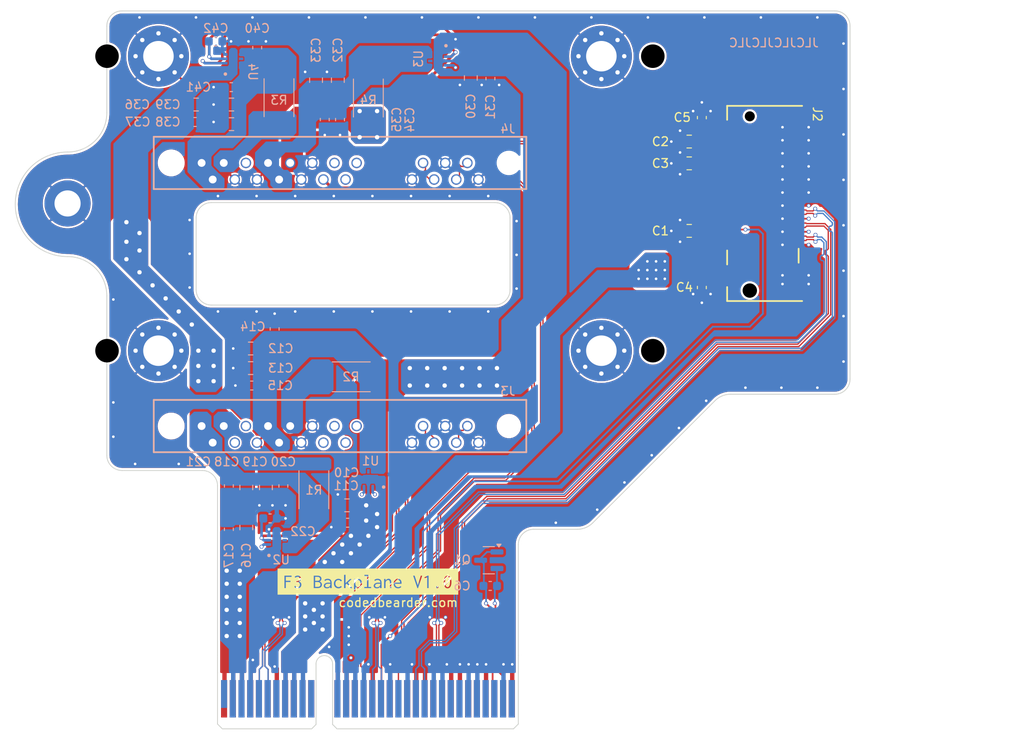
<source format=kicad_pcb>
(kicad_pcb (version 20221018) (generator pcbnew)
  (layers (0 "F.Cu" signal) (1 "In1.Cu" signal) (2 "In2.Cu" signal) (31 "B.Cu" signal) (34 "B.Paste" user) (35 "F.Paste" user) (36 "B.SilkS" user "B.Silkscreen") (37 "F.SilkS" user "F.Silkscreen") (38 "B.Mask" user) (39 "F.Mask" user) (44 "Edge.Cuts" user))
  (net 0 "")
  (net 2 "+12V")
  (net 3 "GND")
  (net 4 "+5V")
  (net 6 "+3.3V")
  (net 10 "/Connector/B30")
  (net 11 "/Connector/B31")
  (net 49 "/PCIE_RX+")
  (net 50 "/PCIE_RX-")
  (net 51 "/PERST#")
  (net 52 "/PCIE_TX+")
  (net 53 "/PCIE_TX-")
  (net 54 "/PCIE_REFCLK+")
  (net 55 "/PCIE_REFCLK-")
  (net 62 "/SATA1/SATA_5V")
  (net 63 "/SATA1/SATA_12V")
  (net 64 "/SATA2/SATA_5V")
  (net 65 "/SATA2/SATA_12V")
  (net 66 "/SATA1_B+")
  (net 67 "/SATA1_B-")
  (net 68 "/SATA2_B+")
  (net 69 "/SATA2_B-")
  (net 70 "/SATA1_A+")
  (net 71 "/SATA1_A-")
  (net 72 "/SATA2_A+")
  (net 73 "/SATA2_A-")
  (net 74 "/SATA1/PRESENT#")
  (net 75 "/SATA1/SATA_PRE_5V")
  (net 76 "/SATA1/SATA_PRE_12V")
  (net 77 "/SATA2/PRESENT#")
  (net 78 "/SATA2/SATA_PRE_5V")
  (net 79 "/SATA2/SATA_PRE_12V")
  (footprint "Capacitor_SMD:C_0805_2012Metric" (layer "F.Cu") (at 179.05 61.25 180)
    (fp_text reference "C2")
    (fp_text value "47u")
  )
  (footprint "Mounting:MountingHole_3.5mm_Pad_Via_With_Alignment_Hole" (layer "F.Cu") (at 118.175 85.25)
    (fp_text reference "H3" hide)
    (fp_text value "MountingHole_Pad" hide)
  )
  (footprint "Mounting:MountingHole_3.5mm_Pad_Via_With_Alignment_Hole" (layer "F.Cu") (at 168.975 85.25 180)
    (fp_text reference "H4" hide)
    (fp_text value "MountingHole_Pad" hide)
  )
  (footprint "Mounting:MountingHole_3.5mm_Pad_Via_With_Alignment_Hole" (layer "F.Cu") (at 168.975 51.45 180)
    (fp_text reference "H2" hide)
    (fp_text value "MountingHole_Pad" hide)
  )
  (footprint "Capacitor_SMD:C_0805_2012Metric" (layer "F.Cu") (at 179.05 63.75 180)
    (fp_text reference "C3")
    (fp_text value "22u")
  )
  (footprint "Connector_Backplane:PCIEx4_HOST" (layer "F.Cu") (at 125.7 125.2)
    (fp_text reference "J1" hide)
    (fp_text value "PCIEx4_HOST")
    (fp_line (start -0.75 -5) (end -0.75 2.9) (stroke (width 0.1)) (layer "Edge.Cuts"))
    (fp_line (start -0.75 2.9) (end -0.20161 3.44839) (stroke (width 0.1)) (layer "Edge.Cuts"))
    (fp_line (start -0.2 3.45) (end 10.05 3.45) (stroke (width 0.1)) (layer "Edge.Cuts"))
    (fp_line (start 10.55 -4) (end 10.55 2.95) (stroke (width 0.1)) (layer "Edge.Cuts"))
    (fp_line (start 10.55 2.95) (end 10.05 3.45) (stroke (width 0.1)) (layer "Edge.Cuts"))
    (fp_line (start 12.45 -4) (end 12.45 2.95) (stroke (width 0.1)) (layer "Edge.Cuts"))
    (fp_line (start 12.45 2.95) (end 12.95 3.45) (stroke (width 0.1)) (layer "Edge.Cuts"))
    (fp_line (start 12.95 3.45) (end 33.2 3.45) (stroke (width 0.1)) (layer "Edge.Cuts"))
    (fp_line (start 33.75 -5) (end 33.75 2.9) (stroke (width 0.1)) (layer "Edge.Cuts"))
    (fp_line (start 33.75 2.9) (end 33.202031 3.447969) (stroke (width 0.1)) (layer "Edge.Cuts"))
    (fp_arc (start 10.55 -4) (mid 11.5 -4.95) (end 12.45 -4) (stroke (width 0.1)) (layer "Edge.Cuts"))
  )
  (footprint "Logo:f3_logo" (layer "F.Cu") (at 142.2 111.75)
    (fp_text reference "G***" hide)
    (fp_text value "LOGO" hide)
  )
  (footprint "Capacitor_SMD:C_0603_1608Metric" (layer "F.Cu") (at 180.5 78 -90)
    (fp_text reference "C4")
    (fp_text value "100n")
  )
  (footprint "Capacitor_SMD:C_0603_1608Metric" (layer "F.Cu") (at 180.5 58.5 90)
    (fp_text reference "C5")
    (fp_text value "100n")
  )
  (footprint "Mounting:MountingHole_3.5mm_Pad_Via_With_Alignment_Hole" (layer "F.Cu") (at 118.175 51.45)
    (fp_text reference "H1" hide)
    (fp_text value "MountingHole_Pad" hide)
  )
  (footprint "Connector_Backplane:Amphenol_MDT420M01001" (layer "F.Cu") (at 186 68.35 -90)
    (fp_text reference "J2")
    (fp_text value "Bus_M.2_Socket_M")
  )
  (footprint "Capacitor_SMD:C_0805_2012Metric" (layer "F.Cu") (at 179.05 71.5 180)
    (fp_text reference "C1")
    (fp_text value "47u")
  )
  (footprint "Capacitor_SMD:C_0603_1608Metric" (layer "B.Cu") (at 129.5 50.475 90)
    (fp_text reference "C40")
    (fp_text value "100nF")
  )
  (footprint "Resistor_SMD:R_2512_6332Metric" (layer "B.Cu") (at 132 56.2125 -90)
    (fp_text reference "R3")
    (fp_text value "2R2")
  )
  (footprint "Capacitor_SMD:C_0805_2012Metric" (layer "B.Cu") (at 154 53.95 -90)
    (fp_text reference "C30")
    (fp_text value "10uF")
  )
  (footprint "Capacitor_SMD:C_0805_2012Metric" (layer "B.Cu") (at 128.75 85 180)
    (fp_text reference "C12")
    (fp_text value "22uF")
  )
  (footprint "Capacitor_SMD:C_0805_2012Metric" (layer "B.Cu") (at 128.25 105.55 90)
    (fp_text reference "C16")
    (fp_text value "10uF")
  )
  (footprint "Capacitor_SMD:C_0805_2012Metric" (layer "B.Cu") (at 130.5 100.95 -90)
    (fp_text reference "C19")
    (fp_text value "22uF")
  )
  (footprint "Capacitor_SMD:C_0603_1608Metric" (layer "B.Cu") (at 126.525 55 180)
    (fp_text reference "C41")
    (fp_text value "100nF")
  )
  (footprint "Connector_Backplane:Molex_0877011001" (layer "B.Cu") (at 139 63.7 180)
    (fp_text reference "J4")
    (fp_text value "SATA_Backplane")
  )
  (footprint "Capacitor_SMD:C_0805_2012Metric" (layer "B.Cu") (at 138.75 54.2 90)
    (fp_text reference "C32")
    (fp_text value "22uF")
  )
  (footprint "Capacitor_SMD:C_0805_2012Metric" (layer "B.Cu") (at 139.8 103 180)
    (fp_text reference "C10")
    (fp_text value "10uF")
  )
  (footprint "Capacitor_SMD:C_0805_2012Metric" (layer "B.Cu") (at 128.75 87.25 180)
    (fp_text reference "C13")
    (fp_text value "22uF")
  )
  (footprint "Capacitor_SMD:C_0603_1608Metric" (layer "B.Cu") (at 126.25 105.75 90)
    (fp_text reference "C17")
    (fp_text value "100nF")
  )
  (footprint "Capacitor_SMD:C_0603_1608Metric" (layer "B.Cu") (at 126.25 100.775 -90)
    (fp_text reference "C21")
    (fp_text value "100nF")
  )
  (footprint "Capacitor_SMD:C_0805_2012Metric" (layer "B.Cu") (at 126.55 57 180)
    (fp_text reference "C39")
    (fp_text value "22uF")
  )
  (footprint "Resistor_SMD:R_2512_6332Metric" (layer "B.Cu") (at 140.2875 88.25 180)
    (fp_text reference "R2")
    (fp_text value "2R2")
  )
  (footprint "Capacitor_SMD:C_0805_2012Metric" (layer "B.Cu") (at 122.5 57)
    (fp_text reference "C36")
    (fp_text value "10uF")
  )
  (footprint "Capacitor_SMD:C_0603_1608Metric" (layer "B.Cu") (at 139 58.725 -90)
    (fp_text reference "C34")
    (fp_text value "100nF")
  )
  (footprint "Connector_Backplane:Molex_0877011001" (layer "B.Cu") (at 139 93.9 180)
    (fp_text reference "J3")
    (fp_text value "SATA_Backplane")
  )
  (footprint "Load_Switches:NCP45521" (layer "B.Cu") (at 126.75 52 90)
    (fp_text reference "U4")
    (fp_text value "NCP45521")
  )
  (footprint "Capacitor_SMD:C_0603_1608Metric" (layer "B.Cu") (at 124.725 49.75)
    (fp_text reference "C42")
    (fp_text value "100nF")
  )
  (footprint "Load_Switches:NCP45521" (layer "B.Cu") (at 142.5 100 180)
    (fp_text reference "U1")
    (fp_text value "NCP45521")
  )
  (footprint "Capacitor_SMD:C_0805_2012Metric" (layer "B.Cu") (at 128.25 100.95 -90)
    (fp_text reference "C18")
    (fp_text value "22uF")
  )
  (footprint "Package_TO_SOT_SMD:SOT-23" (layer "B.Cu") (at 156.0625 109.3 180)
    (fp_text reference "Q1")
    (fp_text value "MMBT3904")
  )
  (footprint "Capacitor_SMD:C_0603_1608Metric" (layer "B.Cu") (at 156.25 54.025 -90)
    (fp_text reference "C31")
    (fp_text value "100nF")
  )
  (footprint "Resistor_SMD:R_2512_6332Metric" (layer "B.Cu") (at 136 101.2125 90)
    (fp_text reference "R1")
    (fp_text value "2R2")
  )
  (footprint "Load_Switches:NCP45521" (layer "B.Cu") (at 131.75 107.25 90)
    (fp_text reference "U2")
    (fp_text value "NCP45521")
  )
  (footprint "Capacitor_SMD:C_0603_1608Metric" (layer "B.Cu") (at 128.875 89.25 180)
    (fp_text reference "C15")
    (fp_text value "100nF")
  )
  (footprint "Capacitor_SMD:C_0805_2012Metric" (layer "B.Cu") (at 126.55 59.25 180)
    (fp_text reference "C38")
    (fp_text value "22uF")
  )
  (footprint "Resistor_SMD:R_2512_6332Metric" (layer "B.Cu") (at 142.25 56.25 -90)
    (fp_text reference "R4")
    (fp_text value "2R2")
  )
  (footprint "Load_Switches:NCP45521" (layer "B.Cu") (at 150.25 51.75 -90)
    (fp_text reference "U3")
    (fp_text value "NCP45521")
  )
  (footprint "Capacitor_SMD:C_0603_1608Metric" (layer "B.Cu") (at 139.875 105 180)
    (fp_text reference "C11")
    (fp_text value "100nF")
  )
  (footprint "Capacitor_SMD:C_0603_1608Metric" (layer "B.Cu") (at 131.5 82.75 90)
    (fp_text reference "C14")
    (fp_text value "100nF")
  )
  (footprint "Capacitor_SMD:C_0603_1608Metric" (layer "B.Cu") (at 122.375 59)
    (fp_text reference "C37")
    (fp_text value "100nF")
  )
  (footprint "Capacitor_SMD:C_0805_2012Metric" (layer "B.Cu") (at 136.25 54.2 90)
    (fp_text reference "C33")
    (fp_text value "22uF")
  )
  (footprint "Capacitor_SMD:C_0603_1608Metric" (layer "B.Cu") (at 137.25 58.725 -90)
    (fp_text reference "C35")
    (fp_text value "100nF")
  )
  (footprint "Capacitor_SMD:C_0603_1608Metric" (layer "B.Cu") (at 132.5 100.775 -90)
    (fp_text reference "C20")
    (fp_text value "100nF")
  )
  (footprint "Capacitor_SMD:C_0603_1608Metric" (layer "B.Cu") (at 156.225 112.25)
    (fp_text reference "C6")
    (fp_text value "100nF")
  )
  (footprint "Capacitor_SMD:C_0603_1608Metric" (layer "B.Cu") (at 130.975 104.5)
    (fp_text reference "C22")
    (fp_text value "100nF")
  )
  (gr_arc (start 112.25 57.95) (mid 110.931981 61.131981) (end 107.75 62.45) (stroke (width 0.1)) (layer "Edge.Cuts"))
  (gr_arc (start 167.980815 105.017767) (mid 167.169759 105.55971) (end 166.213048 105.75) (stroke (width 0.1)) (layer "Edge.Cuts"))
  (gr_line (start 158.5 78.262563) (end 158.5 70) (stroke (width 0.1)) (layer "Edge.Cuts"))
  (gr_arc (start 159.45 107.5) (mid 159.962563 106.262563) (end 161.2 105.75) (stroke (width 0.1)) (layer "Edge.Cuts"))
  (gr_arc (start 182.015746 90.984254) (mid 182.82679 90.44176) (end 183.783513 90.25) (stroke (width 0.1)) (layer "Edge.Cuts"))
  (gr_line (start 123.2 99) (end 114 99) (stroke (width 0.1)) (layer "Edge.Cuts"))
  (gr_line (start 114 46.25) (end 195.75 46.25) (stroke (width 0.1)) (layer "Edge.Cuts"))
  (gr_arc (start 195.75 46.25) (mid 196.987437 46.762563) (end 197.5 48) (stroke (width 0.1)) (layer "Edge.Cuts"))
  (gr_line (start 112.25 97.25) (end 112.25 78.95) (stroke (width 0.1)) (layer "Edge.Cuts"))
  (gr_line (start 124.95 120.2) (end 124.95 100.75) (stroke (width 0.1)) (layer "Edge.Cuts"))
  (gr_line (start 112.25 48) (end 112.25 57.95) (stroke (width 0.1)) (layer "Edge.Cuts"))
  (gr_line (start 167.980815 105.019185) (end 182.015746 90.984254) (stroke (width 0.1)) (layer "Edge.Cuts"))
  (gr_arc (start 114 99) (mid 112.762563 98.487437) (end 112.25 97.25) (stroke (width 0.1)) (layer "Edge.Cuts"))
  (gr_arc (start 197.5 88.5) (mid 196.987437 89.737437) (end 195.75 90.25) (stroke (width 0.1)) (layer "Edge.Cuts"))
  (gr_line (start 156.75 80.012563) (end 124.25 80.012563) (stroke (width 0.1)) (layer "Edge.Cuts"))
  (gr_arc (start 123.2 99) (mid 124.437437 99.512563) (end 124.95 100.75) (stroke (width 0.1)) (layer "Edge.Cuts"))
  (gr_arc (start 122.5 70) (mid 123.012563 68.762563) (end 124.25 68.25) (stroke (width 0.1)) (layer "Edge.Cuts"))
  (gr_arc (start 107.75 74.45) (mid 110.931981 75.768019) (end 112.25 78.95) (stroke (width 0.1)) (layer "Edge.Cuts"))
  (gr_arc (start 158.5 78.262563) (mid 157.98745 79.500024) (end 156.75 80.012563) (stroke (width 0.1)) (layer "Edge.Cuts"))
  (gr_arc (start 124.25 80.012563) (mid 123.012563 79.5) (end 122.5 78.262563) (stroke (width 0.1)) (layer "Edge.Cuts"))
  (gr_arc (start 107.75 74.45) (mid 101.75 68.45) (end 107.75 62.45) (stroke (width 0.1)) (layer "Edge.Cuts"))
  (gr_line (start 159.45 120.2) (end 159.45 107.5) (stroke (width 0.1)) (layer "Edge.Cuts"))
  (gr_line (start 161.2 105.75) (end 166.213048 105.75) (stroke (width 0.1)) (layer "Edge.Cuts"))
  (gr_arc (start 112.25 48) (mid 112.762563 46.762563) (end 114 46.25) (stroke (width 0.1)) (layer "Edge.Cuts"))
  (gr_line (start 183.783513 90.25) (end 195.75 90.25) (stroke (width 0.1)) (layer "Edge.Cuts"))
  (gr_line (start 124.25 68.25) (end 156.75 68.25) (stroke (width 0.1)) (layer "Edge.Cuts"))
  (gr_line (start 122.5 78.262563) (end 122.5 70) (stroke (width 0.1)) (layer "Edge.Cuts"))
  (gr_line (start 197.5 48) (end 197.5 88.5) (stroke (width 0.1)) (layer "Edge.Cuts"))
  (gr_arc (start 156.75 68.25) (mid 157.987437 68.762563) (end 158.5 70) (stroke (width 0.1)) (layer "Edge.Cuts"))
  (gr_text "JLCJLCJLCJLC" (at 194 50.5) (layer "B.SilkS") (effects (font (size 1 1)) (justify left bottom mirror)))
  (gr_text "codedbearder.com" (at 138.75 114.75) (layer "F.SilkS") (effects (font (size 1 1)) (justify left bottom)))
  (segment (start 125.75 125.05) (end 125.75 121.5) (width 0.5) (layer "F.Cu") (net 2))
  (segment (start 127.75 125.05) (end 127.75 121.5) (width 0.5) (layer "F.Cu") (net 2))
  (segment (start 126.75 125.05) (end 126.75 121.5) (width 0.5) (layer "F.Cu") (net 2))
  (via (at 127.5 110.5) (size 0.8) (drill 0.5) (layers "F.Cu" "B.Cu") (net 2))
  (via (at 124.5 87) (size 0.8) (drill 0.5) (layers "F.Cu" "B.Cu") (net 2))
  (via (at 122 82.25) (size 0.8) (drill 0.5) (layers "F.Cu" "B.Cu") (net 2))
  (via (at 127.5 118) (size 0.8) (drill 0.5) (layers "F.Cu" "B.Cu") (net 2))
  (via (at 119 79.25) (size 0.8) (drill 0.5) (layers "F.Cu" "B.Cu") (net 2))
  (via (at 126 116.5) (size 0.8) (drill 0.5) (layers "F.Cu" "B.Cu") (net 2))
  (via (at 122.75 85.25) (size 0.8) (drill 0.5) (layers "F.Cu" "B.Cu") (net 2))
  (via (at 122.75 88.75) (size 0.8) (drill 0.5) (layers "F.Cu" "B.Cu") (net 2))
  (via (at 124.5 88.75) (size 0.8) (drill 0.5) (layers "F.Cu" "B.Cu") (net 2))
  (via (at 124.5 85.25) (size 0.8) (drill 0.5) (layers "F.Cu" "B.Cu") (net 2))
  (via (at 126 118) (size 0.8) (drill 0.5) (layers "F.Cu" "B.Cu") (net 2))
  (via (at 127.5 112) (size 0.8) (drill 0.5) (layers "F.Cu" "B.Cu") (net 2))
  (via (at 114.5 72.75) (size 0.8) (drill 0.5) (layers "F.Cu" "B.Cu") (net 2))
  (via (at 120.5 80.75) (size 0.8) (drill 0.5) (layers "F.Cu" "B.Cu") (net 2))
  (via (at 114.5 74.75) (size 0.8) (drill 0.5) (layers "F.Cu" "B.Cu") (net 2))
  (via (at 117.5 77.75) (size 0.8) (drill 0.5) (layers "F.Cu" "B.Cu") (net 2))
  (via (at 127.5 116.5) (size 0.8) (drill 0.5) (layers "F.Cu" "B.Cu") (net 2))
  (via (at 114.5 70.5) (size 0.8) (drill 0.5) (layers "F.Cu" "B.Cu") (net 2))
  (via (at 127.5 113.5) (size 0.8) (drill 0.5) (layers "F.Cu" "B.Cu") (net 2))
  (via (at 126 112) (size 0.8) (drill 0.5) (layers "F.Cu" "B.Cu") (net 2))
  (via (at 116 73.75) (size 0.8) (drill 0.5) (layers "F.Cu" "B.Cu") (net 2))
  (via (at 127.5 115) (size 0.8) (drill 0.5) (layers "F.Cu" "B.Cu") (net 2))
  (via (at 126 113.5) (size 0.8) (drill 0.5) (layers "F.Cu" "B.Cu") (net 2))
  (via (at 122.75 87) (size 0.8) (drill 0.5) (layers "F.Cu" "B.Cu") (net 2))
  (via (at 116 71.75) (size 0.8) (drill 0.5) (layers "F.Cu" "B.Cu") (net 2))
  (via (at 126 115) (size 0.8) (drill 0.5) (layers "F.Cu" "B.Cu") (net 2))
  (via (at 116 76.25) (size 0.8) (drill 0.5) (layers "F.Cu" "B.Cu") (net 2))
  (via (at 126 110.5) (size 0.8) (drill 0.5) (layers "F.Cu" "B.Cu") (net 2))
  (segment (start 126.75 125.05) (end 126.75 121.5) (width 0.5) (layer "B.Cu") (net 2))
  (segment (start 127.75 125.05) (end 127.75 121.5) (width 0.5) (layer "B.Cu") (net 2))
  (segment (start 142.25 121.25) (end 142.75 121.75) (width 0.5) (layer "F.Cu") (net 3))
  (segment (start 191.275 67.1) (end 192.75 67.1) (width 0.2) (layer "F.Cu") (net 3))
  (segment (start 139.75 125.05) (end 139.75 121) (width 0.5) (layer "F.Cu") (net 3))
  (segment (start 191.275 65.6) (end 192.75 65.6) (width 0.2) (layer "F.Cu") (net 3))
  (segment (start 131.75 125.05) (end 131.75 121.75) (width 0.5) (layer "F.Cu") (net 3))
  (segment (start 144.75 125.05) (end 144.75 121.25) (width 0.5) (layer "F.Cu") (net 3))
  (segment (start 147.75 121.75) (end 147.25 121.25) (width 0.5) (layer "F.Cu") (net 3))
  (segment (start 129 120.75) (end 128.75 121) (width 0.5) (layer "F.Cu") (net 3))
  (segment (start 191.275 73.1) (end 192.75 73.1) (width 0.2) (layer "F.Cu") (net 3))
  (segment (start 151.75 121.75) (end 151.25 121.25) (width 0.5) (layer "F.Cu") (net 3))
  (segment (start 191.275 64.1) (end 189.75 64.1) (width 0.2) (layer "F.Cu") (net 3))
  (segment (start 191.275 59.6) (end 189.75 59.6) (width 0.2) (layer "F.Cu") (net 3))
  (segment (start 191.275 70.1) (end 189.75 70.1) (width 0.2) (layer "F.Cu") (net 3))
  (segment (start 191.275 59.6) (end 192.75 59.6) (width 0.2) (layer "F.Cu") (net 3))
  (segment (start 131.75 121.75) (end 131.5 121.5) (width 0.5) (layer "F.Cu") (net 3))
  (segment (start 191.275 76.6) (end 189.75 76.6) (width 0.3) (layer "F.Cu") (net 3))
  (segment (start 191.275 61.1) (end 192.75 61.1) (width 0.2) (layer "F.Cu") (net 3))
  (segment (start 148.75 125.05) (end 148.75 121.75) (width 0.5) (layer "F.Cu") (net 3))
  (segment (start 191.275 64.1) (end 192.75 64.1) (width 0.2) (layer "F.Cu") (net 3))
  (segment (start 147.75 125.05) (end 147.75 121.75) (width 0.5) (layer "F.Cu") (net 3))
  (segment (start 191.275 71.6) (end 189.75 71.6) (width 0.2) (layer "F.Cu") (net 3))
  (segment (start 191.275 68.6) (end 189.75 68.6) (width 0.2) (layer "F.Cu") (net 3))
  (segment (start 128.75 121) (end 128.75 125.05) (width 0.5) (layer "F.Cu") (net 3))
  (segment (start 191.275 76.6) (end 192.75 76.6) (width 0.3) (layer "F.Cu") (net 3))
  (segment (start 139.75 121) (end 140.25 120.5) (width 0.5) (layer "F.Cu") (net 3))
  (segment (start 191.275 62.6) (end 189.75 62.6) (width 0.2) (layer "F.Cu") (net 3))
  (segment (start 191.275 71.6) (end 192.75 71.6) (width 0.2) (layer "F.Cu") (net 3))
  (segment (start 158.75 125.05) (end 158.75 121.25) (width 0.5) (layer "F.Cu") (net 3))
  (segment (start 191.275 62.6) (end 192.75 62.6) (width 0.2) (layer "F.Cu") (net 3))
  (segment (start 191.275 61.1) (end 189.75 61.1) (width 0.2) (layer "F.Cu") (net 3))
  (segment (start 151.75 125.05) (end 151.75 121.75) (width 0.5) (layer "F.Cu") (net 3))
  (segment (start 191.275 77.6) (end 192.75 77.6) (width 0.3) (layer "F.Cu") (net 3))
  (segment (start 152.75 125.05) (end 152.75 121.25) (width 0.5) (layer "F.Cu") (net 3))
  (segment (start 142.75 121.75) (end 142.75 125.05) (width 0.5) (layer "F.Cu") (net 3))
  (segment (start 191.275 70.1) (end 192.75 70.1) (width 0.2) (layer "F.Cu") (net 3))
  (segment (start 191.275 65.6) (end 189.75 65.6) (width 0.2) (layer "F.Cu") (net 3))
  (segment (start 191.275 77.6) (end 189.75 77.6) (width 0.3) (layer "F.Cu") (net 3))
  (segment (start 191.275 67.1) (end 189.75 67.1) (width 0.2) (layer "F.Cu") (net 3))
  (segment (start 148.75 121.75) (end 149.25 121.25) (width 0.5) (layer "F.Cu") (net 3))
  (segment (start 155.75 125.05) (end 155.75 121.25) (width 0.5) (layer "F.Cu") (net 3))
  (segment (start 191.275 68.6) (end 192.75 68.6) (width 0.2) (layer "F.Cu") (net 3))
  (segment (start 191.275 73.1) (end 189.75 73.1) (width 0.2) (layer "F.Cu") (net 3))
  (via (at 129 120.75) (size 0.45) (drill 0.3) (layers "F.Cu" "B.Cu") (net 3))
  (via (at 196.75 60.42857) (size 0.45) (drill 0.3) (layers "F.Cu" "B.Cu") (net 3))
  (via (at 141.916664 47) (size 0.45) (drill 0.3) (layers "F.Cu" "B.Cu") (net 3))
  (via (at 151.25 121.25) (size 0.45) (drill 0.3) (layers "F.Cu" "B.Cu") (net 3))
  (via (at 131.35 115.85) (size 0.45) (drill 0.3) (layers "F.Cu" "B.Cu") (net 3))
  (via (at 141.5 101.75) (size 0.45) (drill 0.3) (layers "F.Cu" "B.Cu") (net 3))
  (via (at 189.75 62.6) (size 0.45) (drill 0.3) (layers "F.Cu" "B.Cu") (net 3))
  (via (at 185.5 89.5) (size 0.45) (drill 0.3) (layers "F.Cu" "B.Cu") (net 3))
  (via (at 113 79.375) (size 0.45) (drill 0.3) (layers "F.Cu" "B.Cu") (net 3))
  (via (at 124.5 57) (size 0.45) (drill 0.3) (layers "F.Cu" "B.Cu") (net 3))
  (via (at 131.25 103) (size 0.45) (drill 0.3) (layers "F.Cu" "B.Cu") (net 3))
  (via (at 157.75 121.25) (size 0.45) (drill 0.3) (layers "F.Cu" "B.Cu") (net 3))
  (via (at 151.1 115.85) (size 0.45) (drill 0.3) (layers "F.Cu" "B.Cu") (net 3))
  (via (at 121.75 70.25) (size 0.45) (drill 0.3) (layers "F.Cu" "B.Cu") (net 3))
  (via (at 181.5 57.75) (size 0.45) (drill 0.3) (layers "F.Cu" "B.Cu") (net 3))
  (via (at 147.142855 67.5) (size 0.45) (drill 0.3) (layers "F.Cu" "B.Cu") (net 3))
  (via (at 142.714284 80.75) (size 0.45) (drill 0.3) (layers "F.Cu" "B.Cu") (net 3))
  (via (at 159.25 74.25) (size 0.45) (drill 0.3) (layers "F.Cu" "B.Cu") (net 3))
  (via (at 180.5 79.75) (size 0.45) (drill 0.3) (layers "F.Cu" "B.Cu") (net 3))
  (via (at 161.354162 47) (size 0.45) (drill 0.3) (layers "F.Cu" "B.Cu") (net 3))
  (via (at 137.5 53.25) (size 0.45) (drill 0.3) (layers "F.Cu" "B.Cu") (net 3))
  (via (at 126.75 87.25) (size 0.45) (drill 0.3) (layers "F.Cu" "B.Cu") (net 3))
  (via (at 129.428571 80.75) (size 0.45) (drill 0.3) (layers "F.Cu" "B.Cu") (net 3))
  (via (at 192.75 59.6) (size 0.45) (drill 0.3) (layers "F.Cu" "B.Cu") (net 3))
  (via (at 178 70.25) (size 0.45) (drill 0.3) (layers "F.Cu" "B.Cu") (net 3))
  (via (at 189.75 61.1) (size 0.45) (drill 0.3) (layers "F.Cu" "B.Cu") (net 3))
  (via (at 181.5 78.75) (size 0.45) (drill 0.3) (layers "F.Cu" "B.Cu") (net 3))
  (via (at 151.571426 67.5) (size 0.45) (drill 0.3) (layers "F.Cu" "B.Cu") (net 3))
  (via (at 192.75 77.6) (size 0.45) (drill 0.3) (layers "F.Cu" "B.Cu") (net 3))
  (via (at 177.875 94.125) (size 0.45) (drill 0.3) (layers "F.Cu" "B.Cu") (net 3))
  (via (at 192.75 65.6) (size 0.45) (drill 0.3) (layers "F.Cu" "B.Cu") (net 3))
  (via (at 137.25 60.5) (size 0.45) (drill 0.3) (layers "F.Cu" "B.Cu") (net 3))
  (via (at 167.833328 47) (size 0.45) (drill 0.3) (layers "F.Cu" "B.Cu") (net 3))
  (via (at 142.714284 67.5) (size 0.45) (drill 0.3) (layers "F.Cu" "B.Cu") (net 3))
  (via (at 149.3 115.85) (size 0.45) (drill 0.3) (layers "F.Cu" "B.Cu") (net 3))
  (via (at 189.75 67.1) (size 0.45) (drill 0.3) (layers "F.Cu" "B.Cu") (net 3))
  (via (at 131.5 121.5) (size 0.45) (drill 0.3) (layers "F.Cu" "B.Cu") (net 3))
  (via (at 192.75 68.6) (size 0.45) (drill 0.3) (layers "F.Cu" "B.Cu") (net 3))
  (via (at 154.75 121.25) (size 0.45) (drill 0.3) (layers "F.Cu" "B.Cu") (net 3))
  (via (at 154.874996 47) (size 0.45) (drill 0.3) (layers "F.Cu" "B.Cu") (net 3))
  (via (at 189.75 77.6) (size 0.45) (drill 0.3) (layers "F.Cu" "B.Cu") (net 3))
  (via (at 132.75 104.5) (size 0.45) (drill 0.3) (layers "F.Cu" "B.Cu") (net 3))
  (via (at 178 60) (size 0.45) (drill 0.3) (layers "F.Cu" "B.Cu") (net 3))
  (via (at 156 67.5) (size 0.45) (drill 0.3) (layers "F.Cu" "B.Cu") (net 3))
  (via (at 151.571426 80.75) (size 0.45) (drill 0.3) (layers "F.Cu" "B.Cu") (net 3))
  (via (at 130.85 105.75) (size 0.45) (drill 0.3) (layers "F.Cu" "B.Cu") (net 3))
  (via (at 189.75 70.1) (size 0.45) (drill 0.3) (layers "F.Cu" "B.Cu") (net 3))
  (via (at 155.75 121.25) (size 0.45) (drill 0.3) (layers "F.Cu" "B.Cu") (net 3))
  (via (at 130.5 49.75) (size 0.45) (drill 0.3) (layers "F.Cu" "B.Cu") (net 3))
  (via (at 159.25 70.375) (size 0.45) (drill 0.3) (layers "F.Cu" "B.Cu") (net 3))
  (via (at 178 65) (size 0.45) (drill 0.3) (layers "F.Cu" "B.Cu") (net 3))
  (via (at 196.75 86.5) (size 0.45) (drill 0.3) (layers "F.Cu" "B.Cu") (net 3))
  (via (at 189.625 89.5) (size 0.45) (drill 0.3) (layers "F.Cu" "B.Cu") (net 3))
  (via (at 128.958332 47) (size 0.45) (drill 0.3) (layers "F.Cu" "B.Cu") (net 3))
  (via (at 138.75 101.75) (size 0.45) (drill 0.3) (layers "F.Cu" "B.Cu") (net 3))
  (via (at 155.25 54.75) (size 0.45) (drill 0.3) (layers "F.Cu" "B.Cu") (net 3))
  (via (at 131.5 81) (size 0.45) (drill 0.3) (layers "F.Cu" "B.Cu") (net 3))
  (via (at 196.75 55.214285) (size 0.45) (drill 0.3) (layers "F.Cu" "B.Cu") (net 3))
  (via (at 138 105.5) (size 0.45) (drill 0.3) (layers "F.Cu" "B.Cu") (net 3))
  (via (at 133.15 115.85) (size 0.45) (drill 0.3) (layers "F.Cu" "B.Cu") (net 3))
  (via (at 178 72.75) (size 0.45) (drill 0.3) (layers "F.Cu" "B.Cu") (net 3))
  (via (at 189.75 71.6) (size 0.45) (drill 0.3) (layers "F.Cu" "B.Cu") (net 3))
  (via (at 181 91) (size 0.45) (drill 0.3) (layers "F.Cu" "B.Cu") (net 3))
  (via (at 115.5 98.25) (size 0.45) (drill 0.3) (layers "F.Cu" "B.Cu") (net 3))
  (via (at 142.25 121.25) (size 0.45) (drill 0.3) (layers "F.Cu" "B.Cu") (net 3))
  (via (at 152.25 52.75) (size 0.45) (drill 0.3) (layers "F.Cu" "B.Cu") (net 3))
  (via (at 196.75 70.85714) (size 0.45) (drill 0.3) (layers "F.Cu" "B.Cu") (net 3))
  (via (at 148.39583 47) (size 0.45) (drill 0.3) (layers "F.Cu" "B.Cu") (net 3))
  (via (at 129.428571 67.5) (size 0.45) (drill 0.3) (layers "F.Cu" "B.Cu") (net 3))
  (via (at 138.285713 67.5) (size 0.45) (drill 0.3) (layers "F.Cu" "B.Cu") (net 3))
  (via (at 189.75 73.1) (size 0.45) (drill 0.3) (layers "F.Cu" "B.Cu") (net 3))
  (via (at 159.25 78.125) (size 0.45) (drill 0.3) (layers "F.Cu" "B.Cu") (net 3))
  (via (at 174.312494 47) (size 0.45) (drill 0.3) (layers "F.Cu" "B.Cu") (net 3))
  (via (at 135.437498 47) (size 0.45) (drill 0.3) (layers "F.Cu" "B.Cu") (net 3))
  (via (at 129.75 103) (size 0.45) (drill 0.3) (layers "F.Cu" "B.Cu") (net 3))
  (via (at 124.5 59) (size 0.45) (drill 0.3) (layers "F.Cu" "B.Cu") (net 3))
  (via (at 113 91.1875) (size 0.45) (drill 0.3) (layers "F.Cu" "B.Cu") (net 3))
  (via (at 133.857142 67.5) (size 0.45) (drill 0.3) (layers "F.Cu" "B.Cu") (net 3))
  (via (at 192.75 76.6) (size 0.45) (drill 0.3) (layers "F.Cu" "B.Cu") (net 3))
  (via (at 187.270826 47) (size 0.45) (drill 0.3) (layers "F.Cu" "B.Cu") (net 3))
  (via (at 121.75 78) (size 0.45) (drill 0.3) (layers "F.Cu" "B.Cu") (net 3))
  (via (at 193.75 89.5) (size 0.45) (drill 0.3) (layers "F.Cu" "B.Cu") (net 3))
  (via (at 192.75 71.6) (size 0.45) (drill 0.3) (layers "F.Cu" "B.Cu") (net 3))
  (via (at 192.75 61.1) (size 0.45) (drill 0.3) (layers "F.Cu" "B.Cu") (net 3))
  (via (at 158.75 121.25) (size 0.45) (drill 0.3) (layers "F.Cu" "B.Cu") (net 3))
  (via (at 180.79166 47) (size 0.45) (drill 0.3) (layers "F.Cu" "B.Cu") (net 3))
  (via (at 147.25 121.25) (size 0.45) (drill 0.3) (layers "F.Cu" "B.Cu") (net 3))
  (via (at 180.5 56.75) (size 0.45) (drill 0.3) (layers "F.Cu" "B.Cu") (net 3))
  (via (at 138.285713 80.75) (size 0.45) (drill 0.3) (layers "F.Cu" "B.Cu") (net 3))
  (via (at 177 71.5) (size 0.45) (drill 0.3) (layers "F.Cu" "B.Cu") (net 3))
  (via (at 152.75 121.25) (size 0.45) (drill 0.3) (layers "F.Cu" "B.Cu") (net 3))
  (via (at 196.75 81.28571) (size 0.45) (drill 0.3) (layers "F.Cu" "B.Cu") (net 3))
  (via (at 126.5 49.75) (size 0.45) (drill 0.3) (layers "F.Cu" "B.Cu") (net 3))
  (via (at 157.25 54.75) (size 0.45) (drill 0.3) (layers "F.Cu" "B.Cu") (net 3))
  (via (at 125 80.75) (size 0.45) (drill 0.3) (layers "F.Cu" "B.Cu") (net 3))
  (via (at 192.75 73.1) (size 0.45) (drill 0.3) (layers "F.Cu" "B.Cu") (net 3))
  (via (at 137.75 119.25) (size 0.45) (drill 0.3) (layers "F.Cu" "B.Cu") (net 3))
  (via (at 179.5 78.75) (size 0.45) (drill 0.3) (layers "F.Cu" "B.Cu") (net 3))
  (via (at 116 47) (size 0.45) (drill 0.3) (layers "F.Cu" "B.Cu") (net 3))
  (via (at 171.625 100.375) (size 0.45) (drill 0.3) (layers "F.Cu" "B.Cu") (net 3))
  (via (at 121.75 74.125) (size 0.45) (drill 0.3) (layers "F.Cu" "B.Cu") (net 3))
  (via (at 189.75 76.6) (size 0.45) (drill 0.3) (layers "F.Cu" "B.Cu") (net 3))
  (via (at 142.35 115.85) (size 0.45) (drill 0.3) (layers "F.Cu" "B.Cu") (net 3))
  (via (at 147.142855 80.75) (size 0.45) (drill 0.3) (layers "F.Cu" "B.Cu") (net 3))
  (via (at 192.75 67.1) (size 0.45) (drill 0.3) (layers "F.Cu" "B.Cu") (net 3))
  (via (at 128.5 49.75) (size 0.45) (drill 0.3) (layers "F.Cu" "B.Cu") (net 3))
  (via (at 113 95.125) (size 0.45) (drill 0.3) (layers "F.Cu" "B.Cu") (net 3))
  (via (at 122.479166 47) (size 0.45) (drill 0.3) (layers "F.Cu" "B.Cu") (net 3))
  (via (at 163.75 105) (size 0.45) (drill 0.3) (layers "F.Cu" "B.Cu") (net 3))
  (via (at 132.75 103) (size 0.45) (drill 0.3) (layers "F.Cu" "B.Cu") (net 3))
  (via (at 140.25 120.5) (size 0.45) (drill 0.3) (layers "F.Cu" "B.Cu") (net 3))
  (via (at 144.15 115.85) (size 0.45) (drill 0.3) (layers "F.Cu" "B.Cu") (net 3))
  (via (at 120.5 98.25) (size 0.45) (drill 0.3) (layers "F.Cu" "B.Cu") (net 3))
  (via (at 192.75 62.6) (size 0.45) (drill 0.3) (layers "F.Cu" "B.Cu") (net 3))
  (via (at 168.5 103.5) (size 0.45) (drill 0.3) (layers "F.Cu" "B.Cu") (net 3))
  (via (at 192.75 64.1) (size 0.45) (drill 0.3) (layers "F.Cu" "B.Cu") (net 3))
  (via (at 156 80.75) (size 0.45) (drill 0.3) (layers "F.Cu" "B.Cu") (net 3))
  (via (at 144.75 121.25) (size 0.45) (drill 0.3) (layers "F.Cu" "B.Cu") (net 3))
  (via (at 174.75 97.25) (size 0.45) (drill 0.3) (layers "F.Cu" "B.Cu") (net 3))
  (via (at 149.25 121.25) (size 0.45) (drill 0.3) (layers "F.Cu" "B.Cu") (net 3))
  (via (at 124.5 55) (size 0.45) (drill 0.3) (layers "F.Cu" "B.Cu") (net 3))
  (via (at 196.75 50) (size 0.45) (drill 0.3) (layers "F.Cu" "B.Cu") (net 3))
  (via (at 126.75 85) (size 0.45) (drill 0.3) (layers "F.Cu" "B.Cu") (net 3))
  (via (at 135 53.25) (size 0.45) (drill 0.3) (layers "F.Cu" "B.Cu") (net 3))
  (via (at 196.75 76.071425) (size 0.45) (drill 0.3) (layers "F.Cu" "B.Cu") (net 3))
  (via (at 189.75 64.1) (size 0.45) (drill 0.3) (layers "F.Cu" "B.Cu") (net 3))
  (via (at 153.75 121.25) (size 0.45) (drill 0.3) (layers "F.Cu" "B.Cu") (net 3))
  (via (at 139 60.5) (size 0.45) (drill 0.3) (layers "F.Cu" "B.Cu") (net 3))
  (via (at 179.5 57.75) (size 0.45) (drill 0.3) (layers "F.Cu" "B.Cu") (net 3))
  (via (at 133.857142 80.75) (size 0.45) (drill 0.3) (layers "F.Cu" "B.Cu") (net 3))
  (via (at 196.75 65.642855) (size 0.45) (drill 0.3) (layers "F.Cu" "B.Cu") (net 3))
  (via (at 189.75 59.6) (size 0.45) (drill 0.3) (layers "F.Cu" "B.Cu") (net 3))
  (via (at 192.75 70.1) (size 0.45) (drill 0.3) (layers "F.Cu" "B.Cu") (net 3))
  (via (at 177 61.25) (size 0.45) (drill 0.3) (layers "F.Cu" "B.Cu") (net 3))
  (via (at 127 89.25) (size 0.45) (drill 0.3) (layers "F.Cu" "B.Cu") (net 3))
  (via (at 125 67.5) (size 0.45) (drill 0.3) (layers "F.Cu" "B.Cu") (net 3))
  (via (at 152.75 54.75) (size 0.45) (drill 0.3) (layers "F.Cu" "B.Cu") (net 3))
  (via (at 177 63.75) (size 0.45) (drill 0.3) (layers "F.Cu" "B.Cu") (net 3))
  (via (at 193.75 47) (size 0.45) (drill 0.3) (layers "F.Cu" "B.Cu") (net 3))
  (via (at 189.75 65.6) (size 0.45) (drill 0.3) (layers "F.Cu" "B.Cu") (net 3))
  (via (at 178 62.5) (size 0.45) (drill 0.3) (layers "F.Cu" "B.Cu") (net 3))
  (via (at 189.75 68.6) (size 0.45) (drill 0.3) (layers "F.Cu" "B.Cu") (net 3))
  (segment (start 141.75 121.75) (end 142.25 121.25) (width 0.5) (layer "B.Cu") (net 3))
  (segment (start 149.75 121.75) (end 149.25 121.25) (width 0.5) (layer "B.Cu") (net 3))
  (segment (start 150.75 121.75) (end 151.25 121.25) (width 0.5) (layer "B.Cu") (net 3))
  (segment (start 152 52.5) (end 151.15 52.5) (width 0.3) (layer "B.Cu") (net 3))
  (segment (start 138.75 125.05) (end 138.75 120.25) (width 0.5) (layer "B.Cu") (net 3))
  (segment (start 125.5 50.9) (end 125.5 49.75) (width 0.3) (layer "B.Cu") (net 3))
  (segment (start 129 120.75) (end 128.75 121) (width 0.5) (layer "B.Cu") (net 3))
  (segment (start 157.75 125.05) (end 157.75 121.25) (width 0.5) (layer "B.Cu") (net 3))
  (segment (start 128.75 121) (end 128.75 125.05) (width 0.5) (layer "B.Cu") (net 3))
  (segment (start 154.75 125.05) (end 154.75 121.25) (width 0.5) (layer "B.Cu") (net 3))
  (segment (start 130.85 106.5) (end 130.85 105.75) (width 0.3) (layer "B.Cu") (net 3))
  (segment (start 141.75 100.9) (end 141.75 101.5) (width 0.3) (layer "B.Cu") (net 3))
  (segment (start 146.75 125.05) (end 146.75 121.75) (width 0.5) (layer "B.Cu") (net 3))
  (segment (start 150.75 125.05) (end 150.75 121.75) (width 0.5) (layer "B.Cu") (net 3))
  (segment (start 125.85 51.25) (end 125.5 50.9) (width 0.3) (layer "B.Cu") (net 3))
  (segment (start 138.75 120.25) (end 137.75 119.25) (width 0.5) (layer "B.Cu") (net 3))
  (segment (start 141.75 101.5) (end 141.5 101.75) (width 0.3) (layer "B.Cu") (net 3))
  (segment (start 152.25 52.75) (end 152 52.5) (width 0.3) (layer "B.Cu") (net 3))
  (segment (start 149.75 125.05) (end 149.75 121.75) (width 0.5) (layer "B.Cu") (net 3))
  (segment (start 130.85 105.75) (end 130.85 105.4) (width 0.3) (layer "B.Cu") (net 3))
  (segment (start 146.75 121.75) (end 147.25 121.25) (width 0.5) (layer "B.Cu") (net 3))
  (segment (start 144.75 125.05) (end 144.75 121.25) (width 0.5) (layer "B.Cu") (net 3))
  (segment (start 141.75 125.05) (end 141.75 121.75) (width 0.5) (layer "B.Cu") (net 3))
  (segment (start 130.85 105.4) (end 131.75 104.5) (width 0.3) (layer "B.Cu") (net 3))
  (segment (start 153.75 125.05) (end 153.75 121.25) (width 0.5) (layer "B.Cu") (net 3))
  (segment (start 124 49.5) (end 125.5 48) (width 0.3) (layer "F.Cu") (net 4))
  (segment (start 125.5 48) (end 150.75 48) (width 0.3) (layer "F.Cu") (net 4))
  (segment (start 132.75 125.05) (end 132.75 121.5) (width 0.5) (layer "F.Cu") (net 4))
  (segment (start 130 106.75) (end 130.25 106.5) (width 0.3) (layer "F.Cu") (net 4))
  (segment (start 133.75 125.05) (end 133.75 121.5) (width 0.5) (layer "F.Cu") (net 4))
  (segment (start 150.75 48) (end 152.25 49.5) (width 0.3) (layer "F.Cu") (net 4))
  (segment (start 130.25 106.5) (end 140.25 106.5) (width 0.3) (layer "F.Cu") (net 4))
  (segment (start 124 51.5) (end 124 49.5) (width 0.3) (layer "F.Cu") (net 4))
  (via (at 140.25 108.5) (size 0.8) (drill 0.5) (layers "F.Cu" "B.Cu") (net 4))
  (via (at 157 87.25) (size 0.8) (drill 0.5) (layers "F.Cu" "B.Cu") (net 4))
  (via (at 141.25 107.5) (size 0.8) (drill 0.5) (layers "F.Cu" "B.Cu") (net 4))
  (via (at 142 104.75) (size 0.8) (drill 0.5) (layers "F.Cu" "B.Cu") (net 4))
  (via (at 136 116.5) (size 0.8) (drill 0.5) (layers "F.Cu" "B.Cu") (net 4))
  (via (at 143.25 104) (size 0.8) (drill 0.5) (layers "F.Cu" "B.Cu") (net 4))
  (via (at 138.25 108.5) (size 0.8) (drill 0.5) (layers "F.Cu" "B.Cu") (net 4))
  (via (at 143.25 105.5) (size 0.8) (drill 0.5) (layers "F.Cu" "B.Cu") (net 4))
  (via (at 147 89.25) (size 0.8) (drill 0.5) (layers "F.Cu" "B.Cu") (net 4))
  (via (at 135 115.75) (size 0.8) (drill 0.5) (layers "F.Cu" "B.Cu") (net 4))
  (via (at 152.25 49.5) (size 0.45) (drill 0.3) (layers "F.Cu" "B.Cu") (net 4))
  (via (at 139.25 107.5) (size 0.8) (drill 0.5) (layers "F.Cu" "B.Cu") (net 4))
  (via (at 140.25 106.5) (size 0.8) (drill 0.5) (layers "F.Cu" "B.Cu") (net 4))
  (via (at 124 51.5) (size 0.45) (drill 0.3) (layers "F.Cu" "B.Cu") (net 4))
  (via (at 157 89.25) (size 0.8) (drill 0.5) (layers "F.Cu" "B.Cu") (net 4))
  (via (at 136 115) (size 0.8) (drill 0.5) (layers "F.Cu" "B.Cu") (net 4))
  (via (at 135 114.25) (size 0.8) (drill 0.5) (layers "F.Cu" "B.Cu") (net 4))
  (via (at 151 89.25) (size 0.8) (drill 0.5) (layers "F.Cu" "B.Cu") (net 4))
  (via (at 147 87.25) (size 0.8) (drill 0.5) (layers "F.Cu" "B.Cu") (net 4))
  (via (at 149 89.25) (size 0.8) (drill 0.5) (layers "F.Cu" "B.Cu") (net 4))
  (via (at 155 89.25) (size 0.8) (drill 0.5) (layers "F.Cu" "B.Cu") (net 4))
  (via (at 149 87.25) (size 0.8) (drill 0.5) (layers "F.Cu" "B.Cu") (net 4))
  (via (at 137 115.75) (size 0.8) (drill 0.5) (layers "F.Cu" "B.Cu") (net 4))
  (via (at 139.25 109.5) (size 0.8) (drill 0.5) (layers "F.Cu" "B.Cu") (net 4))
  (via (at 137.25 109.5) (size 0.8) (drill 0.5) (layers "F.Cu" "B.Cu") (net 4))
  (via (at 130 106.75) (size 0.45) (drill 0.3) (layers "F.Cu" "B.Cu") (net 4))
  (via (at 151 87.25) (size 0.8) (drill 0.5) (layers "F.Cu" "B.Cu") (net 4))
  (via (at 135 117.25) (size 0.8) (drill 0.5) (layers "F.Cu" "B.Cu") (net 4))
  (via (at 153 87.25) (size 0.8) (drill 0.5) (layers "F.Cu" "B.Cu") (net 4))
  (via (at 153 89.25) (size 0.8) (drill 0.5) (layers "F.Cu" "B.Cu") (net 4))
  (via (at 142.25 106.5) (size 0.8) (drill 0.5) (layers "F.Cu" "B.Cu") (net 4))
  (via (at 155 87.25) (size 0.8) (drill 0.5) (layers "F.Cu" "B.Cu") (net 4))
  (via (at 137 117.25) (size 0.8) (drill 0.5) (layers "F.Cu" "B.Cu") (net 4))
  (via (at 137 114.25) (size 0.8) (drill 0.5) (layers "F.Cu" "B.Cu") (net 4))
  (via (at 142 103) (size 0.8) (drill 0.5) (layers "F.Cu" "B.Cu") (net 4))
  (segment (start 130 104.7) (end 130.2 104.5) (width 0.3) (layer "B.Cu") (net 4))
  (segment (start 124.25 51.75) (end 124 51.5) (width 0.3) (layer "B.Cu") (net 4))
  (segment (start 123.95 49.75) (end 124 49.8) (width 0.3) (layer "B.Cu") (net 4))
  (segment (start 124 49.8) (end 124 51.5) (width 0.3) (layer "B.Cu") (net 4))
  (segment (start 132.75 125.05) (end 132.75 121.5) (width 0.5) (layer "B.Cu") (net 4))
  (segment (start 130.85 107) (end 130.25 107) (width 0.3) (layer "B.Cu") (net 4))
  (segment (start 134.75 125.05) (end 134.75 121.5) (width 0.5) (layer "B.Cu") (net 4))
  (segment (start 133.75 125.05) (end 133.75 121.5) (width 0.5) (layer "B.Cu") (net 4))
  (segment (start 130.25 107) (end 130 106.75) (width 0.3) (layer "B.Cu") (net 4))
  (segment (start 125.75 51.75) (end 124.25 51.75) (width 0.3) (layer "B.Cu") (net 4))
  (segment (start 130 106.75) (end 130 104.7) (width 0.3) (layer "B.Cu") (net 4))
  (segment (start 183.725 63.35) (end 182.2 63.35) (width 0.3) (layer "F.Cu") (net 6))
  (segment (start 183.725 62.85) (end 182.2 62.85) (width 0.3) (layer "F.Cu") (net 6))
  (segment (start 183.725 62.35) (end 182.2 62.35) (width 0.3) (layer "F.Cu") (net 6))
  (segment (start 138.75 125.05) (end 138.75 121.25) (width 0.5) (layer "F.Cu") (net 6))
  (segment (start 183.725 61.85) (end 182.2 61.85) (width 0.3) (layer "F.Cu") (net 6))
  (via (at 140 119) (size 0.45) (drill 0.3) (layers "F.Cu" "B.Cu") (net 6))
  (via (at 175.25 75) (size 0.45) (drill 0.3) (layers "F.Cu" "B.Cu") (net 6))
  (via (at 175.25 76) (size 0.45) (drill 0.3) (layers "F.Cu" "B.Cu") (net 6))
  (via (at 173.25 77) (size 0.45) (drill 0.3) (layers "F.Cu" "B.Cu") (net 6))
  (via (at 173.25 76) (size 0.45) (drill 0.3) (layers "F.Cu" "B.Cu") (net 6))
  (via (at 140 117) (size 0.45) (drill 0.3) (layers "F.Cu" "B.Cu") (net 6))
  (via (at 176.25 75) (size 0.45) (drill 0.3) (layers "F.Cu" "B.Cu") (net 6))
  (via (at 174.25 76) (size 0.45) (drill 0.3) (layers "F.Cu" "B.Cu") (net 6))
  (via (at 175.25 77) (size 0.45) (drill 0.3) (layers "F.Cu" "B.Cu") (net 6))
  (via (at 176.25 76) (size 0.45) (drill 0.3) (layers "F.Cu" "B.Cu") (net 6))
  (via (at 176.25 77) (size 0.45) (drill 0.3) (layers "F.Cu" "B.Cu") (net 6))
  (via (at 140 118) (size 0.45) (drill 0.3) (layers "F.Cu" "B.Cu") (net 6))
  (via (at 174.25 75) (size 0.45) (drill 0.3) (layers "F.Cu" "B.Cu") (net 6))
  (via (at 174.25 77) (size 0.45) (drill 0.3) (layers "F.Cu" "B.Cu") (net 6))
  (segment (start 139.75 125.05) (end 139.75 121.25) (width 0.5) (layer "B.Cu") (net 6))
  (segment (start 140.75 125.05) (end 140.75 121.25) (width 0.5) (layer "B.Cu") (net 6))
  (segment (start 156.5 125) (end 156.7 125.2) (width 0.2) (layer "F.Cu") (net 10))
  (segment (start 156.5 115) (end 156.5 125) (width 0.2) (layer "F.Cu") (net 10))
  (segment (start 155.75 114.25) (end 156.5 115) (width 0.2) (layer "F.Cu") (net 10))
  (via (at 155.75 114.25) (size 0.45) (drill 0.3) (layers "F.Cu" "B.Cu") (net 10))
  (segment (start 155.125 109.3) (end 155.5 109.675) (width 0.2) (layer "B.Cu") (net 10))
  (segment (start 155.75 114.25) (end 155.75 112.55) (width 0.2) (layer "B.Cu") (net 10))
  (segment (start 157 108.35) (end 155.8625 108.35) (width 0.2) (layer "B.Cu") (net 10))
  (segment (start 155.8625 108.35) (end 155.125 109.0875) (width 0.2) (layer "B.Cu") (net 10))
  (segment (start 155.5 112.2) (end 155.45 112.25) (width 0.2) (layer "B.Cu") (net 10))
  (segment (start 155.5 109.675) (end 155.5 112.2) (width 0.2) (layer "B.Cu") (net 10))
  (segment (start 155.75 112.55) (end 155.45 112.25) (width 0.2) (layer "B.Cu") (net 10))
  (segment (start 155.125 109.0875) (end 155.125 109.3) (width 0.2) (layer "B.Cu") (net 10))
  (segment (start 156.827 114.327) (end 156.827 121.737122) (width 0.2) (layer "F.Cu") (net 11))
  (segment (start 157.7 122.610122) (end 157.7 125.2) (width 0.2) (layer "F.Cu") (net 11))
  (segment (start 156.75 114.25) (end 156.827 114.327) (width 0.2) (layer "F.Cu") (net 11))
  (segment (start 156.827 121.737122) (end 157.7 122.610122) (width 0.2) (layer "F.Cu") (net 11))
  (via (at 156.75 114.25) (size 0.45) (drill 0.3) (layers "F.Cu" "B.Cu") (net 11))
  (segment (start 156.75 112.5) (end 157 112.25) (width 0.2) (layer "B.Cu") (net 11))
  (segment (start 156.75 114.25) (end 156.75 112.5) (width 0.2) (layer "B.Cu") (net 11))
  (segment (start 157 112.25) (end 157 110.25) (width 0.2) (layer "B.Cu") (net 11))
  (segment (start 191.275 69.6) (end 192.437501 69.6) (width 0.1516) (layer "F.Cu") (net 49))
  (segment (start 192.437501 69.6) (end 192.548201 69.4893) (width 0.1516) (layer "F.Cu") (net 49))
  (segment (start 193.2393 69.4893) (end 193.5 69.75) (width 0.1516) (layer "F.Cu") (net 49))
  (segment (start 192.548201 69.4893) (end 193.2393 69.4893) (width 0.1516) (layer "F.Cu") (net 49))
  (via (at 193.5 69.75) (size 0.45) (drill 0.3) (layers "F.Cu" "B.Cu") (net 49))
  (segment (start 151 118.5) (end 149.25 118.5) (width 0.1516) (layer "B.Cu") (net 49))
  (segment (start 191.8846 84.9714) (end 182.4566 84.9714) (width 0.1516) (layer "B.Cu") (net 49))
  (segment (start 148.0607 121.414299) (end 147.7 121.774999) (width 0.1516) (layer "B.Cu") (net 49))
  (segment (start 195.4714 71.754348) (end 195.4714 71.95) (width 0.1516) (layer "B.Cu") (net 49))
  (segment (start 148.0607 119.6893) (end 148.0607 121.414299) (width 0.1516) (layer "B.Cu") (net 49))
  (segment (start 149.25 118.5) (end 148.0607 119.6893) (width 0.1516) (layer "B.Cu") (net 49))
  (segment (start 195.4714 71.95) (end 195.4714 81.3846) (width 0.1516) (layer "B.Cu") (net 49))
  (segment (start 195.067051 71.154348) (end 195.067051 71.35) (width 0.1516) (layer "B.Cu") (net 49))
  (segment (start 195.4714 70.5714) (end 195.4714 70.75) (width 0.1516) (layer "B.Cu") (net 49))
  (segment (start 195.269225 71.552174) (end 195.269226 71.552174) (width 0.1516) (layer "B.Cu") (net 49))
  (segment (start 152.1107 105.6393) (end 152.1107 117.3893) (width 0.1516) (layer "B.Cu") (net 49))
  (segment (start 182.4566 84.9714) (end 164.928 102.5) (width 0.1516) (layer "B.Cu") (net 49))
  (segment (start 195.269226 70.952174) (end 195.269225 70.952174) (width 0.1516) (layer "B.Cu") (net 49))
  (segment (start 147.7 121.774999) (end 147.7 125) (width 0.1516) (layer "B.Cu") (net 49))
  (segment (start 195.4714 81.3846) (end 191.8846 84.9714) (width 0.1516) (layer "B.Cu") (net 49))
  (segment (start 193.7607 69.4893) (end 194.3893 69.4893) (width 0.1516) (layer "B.Cu") (net 49))
  (segment (start 194.3893 69.4893) (end 195.4714 70.5714) (width 0.1516) (layer "B.Cu") (net 49))
  (segment (start 155.25 102.5) (end 152.1107 105.6393) (width 0.1516) (layer "B.Cu") (net 49))
  (segment (start 164.928 102.5) (end 155.25 102.5) (width 0.1516) (layer "B.Cu") (net 49))
  (segment (start 152.1107 117.3893) (end 151 118.5) (width 0.1516) (layer "B.Cu") (net 49))
  (segment (start 193.5 69.75) (end 193.7607 69.4893) (width 0.1516) (layer "B.Cu") (net 49))
  (arc (start 195.269225 70.952174) (mid 195.126266 71.011389) (end 195.067051 71.154348) (width 0.1516) (layer "B.Cu") (net 49))
  (arc (start 195.269226 71.552174) (mid 195.412185 71.611389) (end 195.4714 71.754348) (width 0.1516) (layer "B.Cu") (net 49))
  (arc (start 195.067051 71.35) (mid 195.126266 71.492959) (end 195.269225 71.552174) (width 0.1516) (layer "B.Cu") (net 49))
  (arc (start 195.4714 70.75) (mid 195.412185 70.892959) (end 195.269226 70.952174) (width 0.1516) (layer "B.Cu") (net 49))
  (segment (start 193.2393 69.2107) (end 193.5 68.95) (width 0.1516) (layer "F.Cu") (net 50))
  (segment (start 191.275 69.1) (end 192.437501 69.1) (width 0.1516) (layer "F.Cu") (net 50))
  (segment (start 192.437501 69.1) (end 192.548201 69.2107) (width 0.1516) (layer "F.Cu") (net 50))
  (segment (start 192.548201 69.2107) (end 193.2393 69.2107) (width 0.1516) (layer "F.Cu") (net 50))
  (via (at 193.5 68.95) (size 0.45) (drill 0.3) (layers "F.Cu" "B.Cu") (net 50))
  (segment (start 155.3654 102.7786) (end 165.0434 102.7786) (width 0.1516) (layer "B.Cu") (net 50))
  (segment (start 148.3393 121.414299) (end 148.3393 119.8047) (width 0.1516) (layer "B.Cu") (net 50))
  (segment (start 151.1154 118.7786) (end 152.3893 117.5047) (width 0.1516) (layer "B.Cu") (net 50))
  (segment (start 148.3393 119.8047) (end 149.3654 118.7786) (width 0.1516) (layer "B.Cu") (net 50))
  (segment (start 193.7607 69.2107) (end 193.5 68.95) (width 0.1516) (layer "B.Cu") (net 50))
  (segment (start 148.7 121.774999) (end 148.3393 121.414299) (width 0.1516) (layer "B.Cu") (net 50))
  (segment (start 149.3654 118.7786) (end 151.1154 118.7786) (width 0.1516) (layer "B.Cu") (net 50))
  (segment (start 152.3893 105.7547) (end 155.3654 102.7786) (width 0.1516) (layer "B.Cu") (net 50))
  (segment (start 194.5047 69.2107) (end 193.7607 69.2107) (width 0.1516) (layer "B.Cu") (net 50))
  (segment (start 195.75 81.5) (end 195.75 70.456) (width 0.1516) (layer "B.Cu") (net 50))
  (segment (start 148.7 125) (end 148.7 121.774999) (width 0.1516) (layer "B.Cu") (net 50))
  (segment (start 195.75 70.456) (end 194.5047 69.2107) (width 0.1516) (layer "B.Cu") (net 50))
  (segment (start 182.572 85.25) (end 192 85.25) (width 0.1516) (layer "B.Cu") (net 50))
  (segment (start 192 85.25) (end 195.75 81.5) (width 0.1516) (layer "B.Cu") (net 50))
  (segment (start 152.3893 117.5047) (end 152.3893 105.7547) (width 0.1516) (layer "B.Cu") (net 50))
  (segment (start 165.0434 102.7786) (end 182.572 85.25) (width 0.1516) (layer "B.Cu") (net 50))
  (segment (start 144.75 118) (end 143.75 119) (width 0.2) (layer "F.Cu") (net 51))
  (segment (start 143.75 119) (end 143.75 125.05) (width 0.2) (layer "F.Cu") (net 51))
  (segment (start 185.5 71.35) (end 183.725 71.35) (width 0.2) (layer "F.Cu") (net 51))
  (via (at 185.5 71.35) (size 0.45) (drill 0.3) (layers "F.Cu" "B.Cu") (net 51))
  (via (at 144.75 118) (size 0.45) (drill 0.3) (layers "F.Cu" "B.Cu") (net 51))
  (segment (start 185.5 71.35) (end 187 71.35) (width 0.2) (layer "B.Cu") (net 51))
  (segment (start 187 71.35) (end 187.5 71.85) (width 0.2) (layer "B.Cu") (net 51))
  (segment (start 148.5 114.25) (end 144.75 118) (width 0.2) (layer "B.Cu") (net 51))
  (segment (start 181.75 82.5) (end 164 100.25) (width 0.2) (layer "B.Cu") (net 51))
  (segment (start 148.5 106) (end 148.5 114.25) (width 0.2) (layer "B.Cu") (net 51))
  (segment (start 187.5 81) (end 186 82.5) (width 0.2) (layer "B.Cu") (net 51))
  (segment (start 164 100.25) (end 154.25 100.25) (width 0.2) (layer "B.Cu") (net 51))
  (segment (start 186 82.5) (end 181.75 82.5) (width 0.2) (layer "B.Cu") (net 51))
  (segment (start 187.5 71.85) (end 187.5 81) (width 0.2) (layer "B.Cu") (net 51))
  (segment (start 154.25 100.25) (end 148.5 106) (width 0.2) (layer "B.Cu") (net 51))
  (segment (start 164.7786 101.9714) (end 155.8316 101.9714) (width 0.1516) (layer "F.Cu") (net 52))
  (segment (start 195 74.7) (end 195 81) (width 0.1516) (layer "F.Cu") (net 52))
  (segment (start 194.814175 74.285824) (end 194.814176 74.285824) (width 0.1516) (layer "F.Cu") (net 52))
  (segment (start 182.25 84.5) (end 164.7786 101.9714) (width 0.1516) (layer "F.Cu") (net 52))
  (segment (start 191.275 71.1) (end 192.36398 71.1) (width 0.1516) (layer "F.Cu") (net 52))
  (segment (start 146.0607 116.2423) (end 146.0607 121.414299) (width 0.1516) (layer "F.Cu") (net 52))
  (segment (start 153 109.303) (end 146.0607 116.2423) (width 0.1516) (layer "F.Cu") (net 52))
  (segment (start 192.51978 70.9442) (end 194.4972 70.9442) (width 0.1516) (layer "F.Cu") (net 52))
  (segment (start 146.0607 121.414299) (end 145.7 121.774999) (width 0.1516) (layer "F.Cu") (net 52))
  (segment (start 192.36398 71.1) (end 192.51978 70.9442) (width 0.1516) (layer "F.Cu") (net 52))
  (segment (start 145.7 121.774999) (end 145.7 125) (width 0.1516) (layer "F.Cu") (net 52))
  (segment (start 155.8316 101.9714) (end 153 104.803) (width 0.1516) (layer "F.Cu") (net 52))
  (segment (start 194.628351 73.871648) (end 194.628351 74.1) (width 0.1516) (layer "F.Cu") (net 52))
  (segment (start 153 104.803) (end 153 109.303) (width 0.1516) (layer "F.Cu") (net 52))
  (segment (start 195 81) (end 191.5 84.5) (width 0.1516) (layer "F.Cu") (net 52))
  (segment (start 195 71.447) (end 195 73.5) (width 0.1516) (layer "F.Cu") (net 52))
  (segment (start 194.4972 70.9442) (end 195 71.447) (width 0.1516) (layer "F.Cu") (net 52))
  (segment (start 195 74.471648) (end 195 74.7) (width 0.1516) (layer "F.Cu") (net 52))
  (segment (start 194.814176 73.685824) (end 194.814175 73.685824) (width 0.1516) (layer "F.Cu") (net 52))
  (segment (start 191.5 84.5) (end 182.25 84.5) (width 0.1516) (layer "F.Cu") (net 52))
  (arc (start 194.814175 73.685824) (mid 194.682778 73.740251) (end 194.628351 73.871648) (width 0.1516) (layer "F.Cu") (net 52))
  (arc (start 194.628351 74.1) (mid 194.682778 74.231397) (end 194.814175 74.285824) (width 0.1516) (layer "F.Cu") (net 52))
  (arc (start 195 73.5) (mid 194.945573 73.631397) (end 194.814176 73.685824) (width 0.1516) (layer "F.Cu") (net 52))
  (arc (start 194.814176 74.285824) (mid 194.945573 74.340251) (end 195 74.471648) (width 0.1516) (layer "F.Cu") (net 52))
  (segment (start 192.437501 70.6) (end 192.503121 70.66562) (width 0.1516) (layer "F.Cu") (net 53))
  (segment (start 155.947 102.25) (end 153.2786 104.9184) (width 0.1516) (layer "F.Cu") (net 53))
  (segment (start 195.2786 81.1154) (end 191.6154 84.7786) (width 0.1516) (layer "F.Cu") (net 53))
  (segment (start 153.2786 104.9184) (end 153.2786 109.4184) (width 0.1516) (layer "F.Cu") (net 53))
  (segment (start 191.6154 84.7786) (end 182.3654 84.7786) (width 0.1516) (layer "F.Cu") (net 53))
  (segment (start 191.275 70.6) (end 192.437501 70.6) (width 0.1516) (layer "F.Cu") (net 53))
  (segment (start 164.894 102.25) (end 155.947 102.25) (width 0.1516) (layer "F.Cu") (net 53))
  (segment (start 195.2786 71.3316) (end 195.2786 81.1154) (width 0.1516) (layer "F.Cu") (net 53))
  (segment (start 146.7 121.774999) (end 146.7 125) (width 0.1516) (layer "F.Cu") (net 53))
  (segment (start 146.3393 116.3577) (end 146.3393 121.414299) (width 0.1516) (layer "F.Cu") (net 53))
  (segment (start 182.3654 84.7786) (end 164.894 102.25) (width 0.1516) (layer "F.Cu") (net 53))
  (segment (start 192.503121 70.66562) (end 194.61262 70.66562) (width 0.1516) (layer "F.Cu") (net 53))
  (segment (start 194.61262 70.66562) (end 195.2786 71.3316) (width 0.1516) (layer "F.Cu") (net 53))
  (segment (start 146.3393 121.414299) (end 146.7 121.774999) (width 0.1516) (layer "F.Cu") (net 53))
  (segment (start 153.2786 109.4184) (end 146.3393 116.3577) (width 0.1516) (layer "F.Cu") (net 53))
  (segment (start 149.7 125) (end 149.7 121.774999) (width 0.1516) (layer "F.Cu") (net 54))
  (segment (start 192.548201 72.4893) (end 193.270655 72.4893) (width 0.1516) (layer "F.Cu") (net 54))
  (segment (start 150.0607 121.414299) (end 150.0607 116.7607) (width 0.1516) (layer "F.Cu") (net 54))
  (segment (start 191.275 72.6) (end 192.437501 72.6) (width 0.1516) (layer "F.Cu") (net 54))
  (segment (start 149.7 121.774999) (end 150.0607 121.414299) (width 0.1516) (layer "F.Cu") (net 54))
  (segment (start 192.437501 72.6) (end 192.548201 72.4893) (width 0.1516) (layer "F.Cu") (net 54))
  (segment (start 193.270655 72.4893) (end 193.531355 72.75) (width 0.1516) (layer "F.Cu") (net 54))
  (segment (start 150.0607 116.7607) (end 149.8 116.5) (width 0.1516) (layer "F.Cu") (net 54))
  (via (at 193.531355 72.75) (size 0.45) (drill 0.3) (layers "F.Cu" "B.Cu") (net 54))
  (via (at 149.8 116.5) (size 0.45) (drill 0.3) (layers "F.Cu" "B.Cu") (net 54))
  (segment (start 194.095651 74.504348) (end 194.095651 74.7) (width 0.1516) (layer "B.Cu") (net 54))
  (segment (start 154.8846 101.4714) (end 150.0607 106.2953) (width 0.1516) (layer "B.Cu") (net 54))
  (segment (start 150.0607 116.2393) (end 149.8 116.5) (width 0.1516) (layer "B.Cu") (net 54))
  (segment (start 194.5 72.85) (end 194.5 74.1) (width 0.1516) (layer "B.Cu") (net 54))
  (segment (start 194.1393 72.4893) (end 194.5 72.85) (width 0.1516) (layer "B.Cu") (net 54))
  (segment (start 164.5816 101.4714) (end 154.8846 101.4714) (width 0.1516) (layer "B.Cu") (net 54))
  (segment (start 194.5 75.3) (end 194.5 81) (width 0.1516) (layer "B.Cu") (net 54))
  (segment (start 182.053 84) (end 164.5816 101.4714) (width 0.1516) (layer "B.Cu") (net 54))
  (segment (start 150.0607 106.2953) (end 150.0607 116.2393) (width 0.1516) (layer "B.Cu") (net 54))
  (segment (start 194.5 75.104348) (end 194.5 75.3) (width 0.1516) (layer "B.Cu") (net 54))
  (segment (start 193.531355 72.75) (end 193.792055 72.4893) (width 0.1516) (layer "B.Cu") (net 54))
  (segment (start 193.792055 72.4893) (end 194.1393 72.4893) (width 0.1516) (layer "B.Cu") (net 54))
  (segment (start 194.297826 74.302174) (end 194.297825 74.302174) (width 0.1516) (layer "B.Cu") (net 54))
  (segment (start 194.5 81) (end 191.5 84) (width 0.1516) (layer "B.Cu") (net 54))
  (segment (start 194.297825 74.902174) (end 194.297826 74.902174) (width 0.1516) (layer "B.Cu") (net 54))
  (segment (start 191.5 84) (end 182.053 84) (width 0.1516) (layer "B.Cu") (net 54))
  (arc (start 194.297825 74.302174) (mid 194.154866 74.361389) (end 194.095651 74.504348) (width 0.1516) (layer "B.Cu") (net 54))
  (arc (start 194.5 74.1) (mid 194.440785 74.242959) (end 194.297826 74.302174) (width 0.1516) (layer "B.Cu") (net 54))
  (arc (start 194.297826 74.902174) (mid 194.440785 74.961389) (end 194.5 75.104348) (width 0.1516) (layer "B.Cu") (net 54))
  (arc (start 194.095651 74.7) (mid 194.154866 74.842959) (end 194.297825 74.902174) (width 0.1516) (layer "B.Cu") (net 54))
  (segment (start 192.548201 72.2107) (end 193.270655 72.2107) (width 0.1516) (layer "F.Cu") (net 55))
  (segment (start 193.270655 72.2107) (end 193.531355 71.95) (width 0.1516) (layer "F.Cu") (net 55))
  (segment (start 150.7 125) (end 150.7 121.774999) (width 0.1516) (layer "F.Cu") (net 55))
  (segment (start 192.437501 72.1) (end 192.548201 72.2107) (width 0.1516) (layer "F.Cu") (net 55))
  (segment (start 191.275 72.1) (end 192.437501 72.1) (width 0.1516) (layer "F.Cu") (net 55))
  (segment (start 150.7 121.774999) (end 150.3393 121.414299) (width 0.1516) (layer "F.Cu") (net 55))
  (segment (start 150.3393 116.7607) (end 150.6 116.5) (width 0.1516) (layer "F.Cu") (net 55))
  (segment (start 150.3393 121.414299) (end 150.3393 116.7607) (width 0.1516) (layer "F.Cu") (net 55))
  (via (at 150.6 116.5) (size 0.45) (drill 0.3) (layers "F.Cu" "B.Cu") (net 55))
  (via (at 193.531355 71.95) (size 0.45) (drill 0.3) (layers "F.Cu" "B.Cu") (net 55))
  (segment (start 194.7786 72.7346) (end 194.2547 72.2107) (width 0.1516) (layer "B.Cu") (net 55))
  (segment (start 150.6 116.5) (end 150.3393 116.2393) (width 0.1516) (layer "B.Cu") (net 55))
  (segment (start 194.7786 81.1154) (end 194.7786 72.7346) (width 0.1516) (layer "B.Cu") (net 55))
  (segment (start 194.2547 72.2107) (end 193.792055 72.2107) (width 0.1516) (layer "B.Cu") (net 55))
  (segment (start 193.792055 72.2107) (end 193.531355 71.95) (width 0.1516) (layer "B.Cu") (net 55))
  (segment (start 150.3393 116.2393) (end 150.3393 106.4107) (width 0.1516) (layer "B.Cu") (net 55))
  (segment (start 191.6154 84.2786) (end 194.7786 81.1154) (width 0.1516) (layer "B.Cu") (net 55))
  (segment (start 150.3393 106.4107) (end 155 101.75) (width 0.1516) (layer "B.Cu") (net 55))
  (segment (start 155 101.75) (end 164.697 101.75) (width 0.1516) (layer "B.Cu") (net 55))
  (segment (start 182.1684 84.2786) (end 191.6154 84.2786) (width 0.1516) (layer "B.Cu") (net 55))
  (segment (start 164.697 101.75) (end 182.1684 84.2786) (width 0.1516) (layer "B.Cu") (net 55))
  (segment (start 146.5 106.606) (end 140.3846 112.7214) (width 0.1516) (layer "F.Cu") (net 66))
  (segment (start 148.525 93.75) (end 148.8 94.025) (width 0.1516) (layer "F.Cu") (net 66))
  (segment (start 148.4714 97.6346) (end 146.5 99.606) (width 0.1516) (layer "F.Cu") (net 66))
  (segment (start 148.8 94.756) (end 148.4714 95.0846) (width 0.1516) (layer "F.Cu") (net 66))
  (segment (start 140.3846 112.7214) (end 133.5816 112.7214) (width 0.1516) (layer "F.Cu") (net 66))
  (segment (start 133.5816 112.7214) (end 132.1107 114.1923) (width 0.1516) (layer "F.Cu") (net 66))
  (segment (start 132.1107 116.2393) (end 131.85 116.5) (width 0.1516) (layer "F.Cu") (net 66))
  (segment (start 132.1107 114.1923) (end 132.1107 116.2393) (width 0.1516) (layer "F.Cu") (net 66))
  (segment (start 148.4714 95.0846) (end 148.4714 97.6346) (width 0.1516) (layer "F.Cu") (net 66))
  (segment (start 146.5 99.606) (end 146.5 106.606) (width 0.1516) (layer "F.Cu") (net 66))
  (segment (start 148.8 94.025) (end 148.8 94.756) (width 0.1516) (layer "F.Cu") (net 66))
  (via (at 131.85 116.5) (size 0.45) (drill 0.3) (layers "F.Cu" "B.Cu") (net 66))
  (segment (start 130.1107 121.464299) (end 130.1107 119.6923) (width 0.1516) (layer "B.Cu") (net 66))
  (segment (start 132.1107 117.6923) (end 132.1107 116.7607) (width 0.1516) (layer "B.Cu") (net 66))
  (segment (start 129.75 125.05) (end 129.75 121.824999) (width 0.1516) (layer "B.Cu") (net 66))
  (segment (start 130.1107 119.6923) (end 132.1107 117.6923) (width 0.1516) (layer "B.Cu") (net 66))
  (segment (start 132.1107 116.7607) (end 131.85 116.5) (width 0.1516) (layer "B.Cu") (net 66))
  (segment (start 129.75 121.824999) (end 130.1107 121.464299) (width 0.1516) (layer "B.Cu") (net 66))
  (segment (start 133.697 113) (end 132.3893 114.3077) (width 0.1516) (layer "F.Cu") (net 67))
  (segment (start 148.75 97.75) (end 146.7786 99.7214) (width 0.1516) (layer "F.Cu") (net 67))
  (segment (start 140.5 113) (end 133.697 113) (width 0.1516) (layer "F.Cu") (net 67))
  (segment (start 149.795 95.655) (end 149.795 95.295) (width 0.1516) (layer "F.Cu") (net 67))
  (segment (start 146.7786 106.7214) (end 140.5 113) (width 0.1516) (layer "F.Cu") (net 67))
  (segment (start 146.7786 99.7214) (end 146.7786 106.7214) (width 0.1516) (layer "F.Cu") (net 67))
  (segment (start 132.3893 116.2393) (end 132.65 116.5) (width 0.1516) (layer "F.Cu") (net 67))
  (segment (start 148.75 95.2) (end 148.75 97.75) (width 0.1516) (layer "F.Cu") (net 67))
  (segment (start 149.4 94.9) (end 149.05 94.9) (width 0.1516) (layer "F.Cu") (net 67))
  (segment (start 149.05 94.9) (end 148.75 95.2) (width 0.1516) (layer "F.Cu") (net 67))
  (segment (start 132.3893 114.3077) (end 132.3893 116.2393) (width 0.1516) (layer "F.Cu") (net 67))
  (segment (start 149.795 95.295) (end 149.4 94.9) (width 0.1516) (layer "F.Cu") (net 67))
  (via (at 132.65 116.5) (size 0.45) (drill 0.3) (layers "F.Cu" "B.Cu") (net 67))
  (segment (start 130.3893 119.8077) (end 132.3893 117.8077) (width 0.1516) (layer "B.Cu") (net 67))
  (segment (start 132.3893 116.7607) (end 132.65 116.5) (width 0.1516) (layer "B.Cu") (net 67))
  (segment (start 130.75 125.05) (end 130.75 121.824999) (width 0.1516) (layer "B.Cu") (net 67))
  (segment (start 132.3893 117.8077) (end 132.3893 116.7607) (width 0.1516) (layer "B.Cu") (net 67))
  (segment (start 130.3893 121.464299) (end 130.3893 119.8077) (width 0.1516) (layer "B.Cu") (net 67))
  (segment (start 130.75 121.824999) (end 130.3893 121.464299) (width 0.1516) (layer "B.Cu") (net 67))
  (segment (start 152.15 61.5) (end 160 61.5) (width 0.1516) (layer "F.Cu") (net 68))
  (segment (start 148.8 61.846041) (end 148.8 61.8) (width 0.1516) (layer "F.Cu") (net 68))
  (segment (start 146.9 63.453) (end 146.9 62.4) (width 0.1516) (layer "F.Cu") (net 68))
  (segment (start 150 61.84605) (end 150 61.8) (width 0.1516) (layer "F.Cu") (net 68))
  (segment (start 148.525 63.65) (end 148.8 63.925) (width 0.1516) (layer "F.Cu") (net 68))
  (segment (start 148.8 64.5) (end 148.5786 64.7214) (width 0.1516) (layer "F.Cu") (net 68))
  (segment (start 147.8 61.5) (end 147.9 61.5) (width 0.1516) (layer "F.Cu") (net 68))
  (segment (start 148.1684 64.7214) (end 146.9 63.453) (width 0.1516) (layer "F.Cu") (net 68))
  (segment (start 149.4 61.8) (end 149.4 61.84605) (width 0.1516) (layer "F.Cu") (net 68))
  (segment (start 146.9 62.4) (end 147.8 61.5) (width 0.1516) (layer "F.Cu") (net 68))
  (segment (start 150.25 108.106) (end 143.1107 115.2453) (width 0.1516) (layer "F.Cu") (net 68))
  (segment (start 143.1107 115.2453) (end 143.1107 116.2393) (width 0.1516) (layer "F.Cu") (net 68))
  (segment (start 150.25 104) (end 150.25 108.106) (width 0.1516) (layer "F.Cu") (net 68))
  (segment (start 150.3 61.5) (end 152.15 61.5) (width 0.1516) (layer "F.Cu") (net 68))
  (segment (start 160 61.5) (end 162 63.5) (width 0.1516) (layer "F.Cu") (net 68))
  (segment (start 162 63.5) (end 162 95.75) (width 0.1516) (layer "F.Cu") (net 68))
  (segment (start 148.2 61.8) (end 148.2 61.846041) (width 0.1516) (layer "F.Cu") (net 68))
  (segment (start 154.3893 99.8607) (end 150.25 104) (width 0.1516) (layer "F.Cu") (net 68))
  (segment (start 143.1107 116.2393) (end 142.85 116.5) (width 0.1516) (layer "F.Cu") (net 68))
  (segment (start 148.5786 64.7214) (end 148.1684 64.7214) (width 0.1516) (layer "F.Cu") (net 68))
  (segment (start 157.8893 99.8607) (end 154.3893 99.8607) (width 0.1516) (layer "F.Cu") (net 68))
  (segment (start 148.8 63.925) (end 148.8 64.5) (width 0.1516) (layer "F.Cu") (net 68))
  (segment (start 162 95.75) (end 157.8893 99.8607) (width 0.1516) (layer "F.Cu") (net 68))
  (via (at 142.85 116.5) (size 0.45) (drill 0.3) (layers "F.Cu" "B.Cu") (net 68))
  (arc (start 148.8 61.8) (mid 148.887868 61.587868) (end 149.1 61.5) (width 0.1516) (layer "F.Cu") (net 68))
  (arc (start 149.7 62.14605) (mid 149.912132 62.058182) (end 150 61.84605) (width 0.1516) (layer "F.Cu") (net 68))
  (arc (start 149.1 61.5) (mid 149.312132 61.587868) (end 149.4 61.8) (width 0.1516) (layer "F.Cu") (net 68))
  (arc (start 148.5 62.146041) (mid 148.712132 62.058173) (end 148.8 61.846041) (width 0.1516) (layer "F.Cu") (net 68))
  (arc (start 147.9 61.5) (mid 148.112132 61.587868) (end 148.2 61.8) (width 0.1516) (layer "F.Cu") (net 68))
  (arc (start 148.2 61.846041) (mid 148.287868 62.058173) (end 148.5 62.146041) (width 0.1516) (layer "F.Cu") (net 68))
  (arc (start 150 61.8) (mid 150.087868 61.587868) (end 150.3 61.5) (width 0.1516) (layer "F.Cu") (net 68))
  (arc (start 149.4 61.84605) (mid 149.487868 62.058182) (end 149.7 62.14605) (width 0.1516) (layer "F.Cu") (net 68))
  (segment (start 142.75 121.824999) (end 143.1107 121.464299) (width 0.1516) (layer "B.Cu") (net 68))
  (segment (start 142.75 125.05) (end 142.75 121.824999) (width 0.1516) (layer "B.Cu") (net 68))
  (segment (start 143.1107 116.7607) (end 142.85 116.5) (width 0.1516) (layer "B.Cu") (net 68))
  (segment (start 143.1107 121.464299) (end 143.1107 116.7607) (width 0.1516) (layer "B.Cu") (net 68))
  (segment (start 162.2786 63.3846) (end 162.2786 95.8654) (width 0.1516) (layer "F.Cu") (net 69))
  (segment (start 160.1154 61.2214) (end 162.2786 63.3846) (width 0.1516) (layer "F.Cu") (net 69))
  (segment (start 150.5286 108.2214) (end 143.3893 115.3607) (width 0.1516) (layer "F.Cu") (net 69))
  (segment (start 149.255 65.555) (end 148.7 65) (width 0.1516) (layer "F.Cu") (net 69))
  (segment (start 147.6846 61.2214) (end 160.1154 61.2214) (width 0.1516) (layer "F.Cu") (net 69))
  (segment (start 154.5047 100.1393) (end 150.5286 104.1154) (width 0.1516) (layer "F.Cu") (net 69))
  (segment (start 148.7 65) (end 148.053 65) (width 0.1516) (layer "F.Cu") (net 69))
  (segment (start 162.2786 95.8654) (end 158.0047 100.1393) (width 0.1516) (layer "F.Cu") (net 69))
  (segment (start 150.5286 104.1154) (end 150.5286 108.2214) (width 0.1516) (layer "F.Cu") (net 69))
  (segment (start 148.053 65) (end 146.6214 63.5684) (width 0.1516) (layer "F.Cu") (net 69))
  (segment (start 146.6214 63.5684) (end 146.6214 62.2846) (width 0.1516) (layer "F.Cu") (net 69))
  (segment (start 146.6214 62.2846) (end 147.6846 61.2214) (width 0.1516) (layer "F.Cu") (net 69))
  (segment (start 143.3893 115.3607) (end 143.3893 116.2393) (width 0.1516) (layer "F.Cu") (net 69))
  (segment (start 158.0047 100.1393) (end 154.5047 100.1393) (width 0.1516) (layer "F.Cu") (net 69))
  (segment (start 149.795 65.555) (end 149.255 65.555) (width 0.1516) (layer "F.Cu") (net 69))
  (segment (start 143.3893 116.2393) (end 143.65 116.5) (width 0.1516) (layer "F.Cu") (net 69))
  (via (at 143.65 116.5) (size 0.45) (drill 0.3) (layers "F.Cu" "B.Cu") (net 69))
  (segment (start 143.75 125.05) (end 143.75 121.824999) (width 0.1516) (layer "B.Cu") (net 69))
  (segment (start 143.75 121.824999) (end 143.3893 121.464299) (width 0.1516) (layer "B.Cu") (net 69))
  (segment (start 143.3893 116.7607) (end 143.65 116.5) (width 0.1516) (layer "B.Cu") (net 69))
  (segment (start 143.3893 121.464299) (end 143.3893 116.7607) (width 0.1516) (layer "B.Cu") (net 69))
  (segment (start 153.605 93.75) (end 153.605 93.9) (width 0.1516) (layer "F.Cu") (net 70))
  (segment (start 151.7214 92.0214) (end 147.4846 92.0214) (width 0.1516) (layer "F.Cu") (net 70))
  (segment (start 152.5 94.1) (end 152.5 92.8) (width 0.1516) (layer "F.Cu") (net 70))
  (segment (start 153.105 94.4) (end 152.8 94.4) (width 0.1516) (layer "F.Cu") (net 70))
  (segment (start 152.5 92.8) (end 151.7214 92.0214) (width 0.1516) (layer "F.Cu") (net 70))
  (segment (start 152.8 94.4) (end 152.5 94.1) (width 0.1516) (layer "F.Cu") (net 70))
  (segment (start 153.605 93.9) (end 153.105 94.4) (width 0.1516) (layer "F.Cu") (net 70))
  (segment (start 133.1346 111.7214) (end 130.1107 114.7453) (width 0.1516) (layer "F.Cu") (net 70))
  (segment (start 145.4714 106.1081) (end 139.8581 111.7214) (width 0.1516) (layer "F.Cu") (net 70))
  (segment (start 139.8581 111.7214) (end 133.1346 111.7214) (width 0.1516) (layer "F.Cu") (net 70))
  (segment (start 129.75 121.824999) (end 129.75 125.05) (width 0.1516) (layer "F.Cu") (net 70))
  (segment (start 147.4846 92.0214) (end 145.4714 94.0346) (width 0.1516) (layer "F.Cu") (net 70))
  (segment (start 130.1107 121.464299) (end 129.75 121.824999) (width 0.1516) (layer "F.Cu") (net 70))
  (segment (start 145.4714 94.0346) (end 145.4714 106.1081) (width 0.1516) (layer "F.Cu") (net 70))
  (segment (start 130.1107 114.7453) (end 130.1107 121.464299) (width 0.1516) (layer "F.Cu") (net 70))
  (segment (start 152.6 94.647) (end 152.6 95.39) (width 0.1516) (layer "F.Cu") (net 71))
  (segment (start 130.75 125.05) (end 130.75 121.824999) (width 0.1516) (layer "F.Cu") (net 71))
  (segment (start 130.75 121.824999) (end 130.3893 121.464299) (width 0.1516) (layer "F.Cu") (net 71))
  (segment (start 145.75 94.15) (end 147.6 92.3) (width 0.1516) (layer "F.Cu") (net 71))
  (segment (start 149.724348 92.774349) (end 149.85 92.774349) (width 0.1516) (layer "F.Cu") (net 71))
  (segment (start 150.45 92.3) (end 151.6 92.3) (width 0.1516) (layer "F.Cu") (net 71))
  (segment (start 145.75 106.2235) (end 145.75 94.15) (width 0.1516) (layer "F.Cu") (net 71))
  (segment (start 152.2214 94.2684) (end 152.6 94.647) (width 0.1516) (layer "F.Cu") (net 71))
  (segment (start 133.25 112) (end 139.9735 112) (width 0.1516) (layer "F.Cu") (net 71))
  (segment (start 150.087174 92.537175) (end 150.087174 92.537174) (width 0.1516) (layer "F.Cu") (net 71))
  (segment (start 150.324348 92.3) (end 150.45 92.3) (width 0.1516) (layer "F.Cu") (net 71))
  (segment (start 152.6 95.39) (end 152.335 95.655) (width 0.1516) (layer "F.Cu") (net 71))
  (segment (start 149.487174 92.537174) (end 149.487174 92.537175) (width 0.1516) (layer "F.Cu") (net 71))
  (segment (start 130.3893 121.464299) (end 130.3893 114.8607) (width 0.1516) (layer "F.Cu") (net 71))
  (segment (start 130.3893 114.8607) (end 133.25 112) (width 0.1516) (layer "F.Cu") (net 71))
  (segment (start 151.6 92.3) (end 152.2214 92.9214) (width 0.1516) (layer "F.Cu") (net 71))
  (segment (start 147.6 92.3) (end 149.25 92.3) (width 0.1516) (layer "F.Cu") (net 71))
  (segment (start 139.9735 112) (end 145.75 106.2235) (width 0.1516) (layer "F.Cu") (net 71))
  (segment (start 152.2214 92.9214) (end 152.2214 94.2684) (width 0.1516) (layer "F.Cu") (net 71))
  (arc (start 150.087174 92.537174) (mid 150.156641 92.369467) (end 150.324348 92.3) (width 0.1516) (layer "F.Cu") (net 71))
  (arc (start 149.487174 92.537175) (mid 149.556641 92.704882) (end 149.724348 92.774349) (width 0.1516) (layer "F.Cu") (net 71))
  (arc (start 149.25 92.3) (mid 149.417707 92.369467) (end 149.487174 92.537174) (width 0.1516) (layer "F.Cu") (net 71))
  (arc (start 149.85 92.774349) (mid 150.017707 92.704882) (end 150.087174 92.537175) (width 0.1516) (layer "F.Cu") (net 71))
  (segment (start 149 107.606) (end 141.1107 115.4953) (width 0.1516) (layer "F.Cu") (net 72))
  (segment (start 155.553 62.5) (end 156.1 63.047) (width 0.1516) (layer "F.Cu") (net 72))
  (segment (start 140.75 121.824999) (end 140.75 125.05) (width 0.1516) (layer "F.Cu") (net 72))
  (segment (start 156.927592 65.858437) (end 156.927591 65.858438) (width 0.1516) (layer "F.Cu") (net 72))
  (segment (start 156.1 64.247) (end 156.1 64.494) (width 0.1516) (layer "F.Cu") (net 72))
  (segment (start 149 103.606) (end 149 107.606) (width 0.1516) (layer "F.Cu") (net 72))
  (segment (start 157.408147 65.802147) (end 157.6346 66.0286) (width 0.1516) (layer "F.Cu") (net 72))
  (segment (start 152.875 64.1) (end 152.5 63.725) (width 0.1516) (layer "F.Cu") (net 72))
  (segment (start 156.559618 65.377884) (end 156.559619 65.377883) (width 0.1516) (layer "F.Cu") (net 72))
  (segment (start 141.1107 121.464299) (end 140.75 121.824999) (width 0.1516) (layer "F.Cu") (net 72))
  (segment (start 156.927591 65.858438) (end 156.983882 65.802146) (width 0.1516) (layer "F.Cu") (net 72))
  (segment (start 156.559619 65.377883) (end 156.503327 65.434174) (width 0.1516) (layer "F.Cu") (net 72))
  (segment (start 155.8 63.347) (end 155.720405 63.347) (width 0.1516) (layer "F.Cu") (net 72))
  (segment (start 159.5286 66.0286) (end 161 67.5) (width 0.1516) (layer "F.Cu") (net 72))
  (segment (start 152.5 63.725) (end 152.5 63) (width 0.1516) (layer "F.Cu") (net 72))
  (segment (start 153 62.5) (end 155.553 62.5) (width 0.1516) (layer "F.Cu") (net 72))
  (segment (start 156.1 64.494) (end 156.559619 64.953619) (width 0.1516) (layer "F.Cu") (net 72))
  (segment (start 153.605 63.7) (end 153.205 64.1) (width 0.1516) (layer "F.Cu") (net 72))
  (segment (start 161 67.5) (end 161 95.25) (width 0.1516) (layer "F.Cu") (net 72))
  (segment (start 157.408146 65.802146) (end 157.408147 65.802147) (width 0.1516) (layer "F.Cu") (net 72))
  (segment (start 157.3893 98.8607) (end 153.7453 98.8607) (width 0.1516) (layer "F.Cu") (net 72))
  (segment (start 153.605 63.65) (end 153.605 63.7) (width 0.1516) (layer "F.Cu") (net 72))
  (segment (start 155.720405 63.947) (end 155.8 63.947) (width 0.1516) (layer "F.Cu") (net 72))
  (segment (start 152.5 63) (end 153 62.5) (width 0.1516) (layer "F.Cu") (net 72))
  (segment (start 153.205 64.1) (end 152.875 64.1) (width 0.1516) (layer "F.Cu") (net 72))
  (segment (start 161 95.25) (end 157.3893 98.8607) (width 0.1516) (layer "F.Cu") (net 72))
  (segment (start 153.7453 98.8607) (end 149 103.606) (width 0.1516) (layer "F.Cu") (net 72))
  (segment (start 141.1107 115.4953) (end 141.1107 121.464299) (width 0.1516) (layer "F.Cu") (net 72))
  (segment (start 157.6346 66.0286) (end 159.5286 66.0286) (width 0.1516) (layer "F.Cu") (net 72))
  (arc (start 155.8 63.947) (mid 156.012132 64.034868) (end 156.1 64.247) (width 0.1516) (layer "F.Cu") (net 72))
  (arc (start 156.1 63.047) (mid 156.012132 63.259132) (end 155.8 63.347) (width 0.1516) (layer "F.Cu") (net 72))
  (arc (start 156.559619 64.953619) (mid 156.647487 65.165752) (end 156.559618 65.377884) (width 0.1516) (layer "F.Cu") (net 72))
  (arc (start 156.983882 65.802146) (mid 157.196014 65.714278) (end 157.408146 65.802146) (width 0.1516) (layer "F.Cu") (net 72))
  (arc (start 155.420405 63.647) (mid 155.508273 63.859132) (end 155.720405 63.947) (width 0.1516) (layer "F.Cu") (net 72))
  (arc (start 156.503327 65.858438) (mid 156.71546 65.946306) (end 156.927592 65.858437) (width 0.1516) (layer "F.Cu") (net 72))
  (arc (start 155.720405 63.347) (mid 155.508273 63.434868) (end 155.420405 63.647) (width 0.1516) (layer "F.Cu") (net 72))
  (arc (start 156.503327 65.434174) (mid 156.415459 65.646306) (end 156.503327 65.858438) (width 0.1516) (layer "F.Cu") (net 72))
  (segment (start 156.3786 62.9316) (end 156.3786 64.3786) (width 0.1516) (layer "F.Cu") (net 73))
  (segment (start 141.3893 121.464299) (end 141.75 121.824999) (width 0.1516) (layer "F.Cu") (net 73))
  (segment (start 149.2786 107.7214) (end 141.3893 115.6107) (width 0.1516) (layer "F.Cu") (net 73))
  (segment (start 156.3786 64.3786) (end 157.75 65.75) (width 0.1516) (layer "F.Cu") (net 73))
  (segment (start 155.6684 62.2214) (end 156.3786 62.9316) (width 0.1516) (layer "F.Cu") (net 73))
  (segment (start 152.7 65.19) (end 152.7 64.319) (width 0.1516) (layer "F.Cu") (net 73))
  (segment (start 161.2786 67.3846) (end 161.2786 95.3654) (width 0.1516) (layer "F.Cu") (net 73))
  (segment (start 152.7 64.319) (end 152.2214 63.8404) (width 0.1516) (layer "F.Cu") (net 73))
  (segment (start 152.2214 62.8846) (end 152.8846 62.2214) (width 0.1516) (layer "F.Cu") (net 73))
  (segment (start 159.644 65.75) (end 161.2786 67.3846) (width 0.1516) (layer "F.Cu") (net 73))
  (segment (start 141.75 121.824999) (end 141.75 125.05) (width 0.1516) (layer "F.Cu") (net 73))
  (segment (start 157.5047 99.1393) (end 153.8607 99.1393) (width 0.1516) (layer "F.Cu") (net 73))
  (segment (start 149.2786 103.7214) (end 149.2786 107.7214) (width 0.1516) (layer "F.Cu") (net 73))
  (segment (start 161.2786 95.3654) (end 157.5047 99.1393) (width 0.1516) (layer "F.Cu") (net 73))
  (segment (start 153.8607 99.1393) (end 149.2786 103.7214) (width 0.1516) (layer "F.Cu") (net 73))
  (segment (start 152.2214 63.8404) (end 152.2214 62.8846) (width 0.1516) (layer "F.Cu") (net 73))
  (segment (start 152.335 65.555) (end 152.7 65.19) (width 0.1516) (layer "F.Cu") (net 73))
  (segment (start 141.3893 115.6107) (end 141.3893 121.464299) (width 0.1516) (layer "F.Cu") (net 73))
  (segment (start 152.8846 62.2214) (end 155.6684 62.2214) (width 0.1516) (layer "F.Cu") (net 73))
  (segment (start 157.75 65.75) (end 159.644 65.75) (width 0.1516) (layer "F.Cu") (net 73))
  (via (at 130 107.75) (size 0.45) (drill 0.3) (layers "F.Cu" "B.Cu") (net 74))
  (via (at 143 101.75) (size 0.45) (drill 0.3) (layers "F.Cu" "B.Cu") (net 74))
  (segment (start 130.85 107.5) (end 130.25 107.5) (width 0.3) (layer "B.Cu") (net 74))
  (segment (start 130.25 107.5) (end 130 107.75) (width 0.3) (layer "B.Cu") (net 74))
  (segment (start 142.75 100.9) (end 142.75 101.5) (width 0.3) (layer "B.Cu") (net 74))
  (segment (start 142.75 101.5) (end 143 101.75) (width 0.3) (layer "B.Cu") (net 74))
  (segment (start 144.75 58.5) (end 152.25 51) (width 0.3493) (layer "F.Cu") (net 77))
  (segment (start 126 49) (end 125.5 49.5) (width 0.3) (layer "F.Cu") (net 77))
  (segment (start 137.095 65.605) (end 138.06965 66.57965) (width 0.3493) (layer "F.Cu") (net 77))
  (segment (start 152.25 51) (end 150.25 49) (width 0.3) (layer "F.Cu") (net 77))
  (segment (start 125.5 51.75) (end 125 52.25) (width 0.3) (layer "F.Cu") (net 77))
  (segment (start 125.5 49.5) (end 125.5 51.75) (width 0.3) (layer "F.Cu") (net 77))
  (segment (start 144.75 62.5) (end 144.75 58.5) (width 0.3493) (layer "F.Cu") (net 77))
  (segment (start 125 52.25) (end 123.5 52.25) (width 0.3) (layer "F.Cu") (net 77))
  (segment (start 150.25 49) (end 126 49) (width 0.3) (layer "F.Cu") (net 77))
  (segment (start 140.67035 66.57965) (end 144.75 62.5) (width 0.3493) (layer "F.Cu") (net 77))
  (segment (start 138.06965 66.57965) (end 140.67035 66.57965) (width 0.3493) (layer "F.Cu") (net 77))
  (segment (start 123.5 52.25) (end 123.25 52) (width 0.3) (layer "F.Cu") (net 77))
  (via (at 123.25 52) (size 0.45) (drill 0.3) (layers "F.Cu" "B.Cu") (net 77))
  (via (at 152.25 51) (size 0.45) (drill 0.3) (layers "F.Cu" "B.Cu") (net 77))
  (segment (start 123.25 52) (end 123.5 52.25) (width 0.3) (layer "B.Cu") (net 77))
  (segment (start 123.5 52.25) (end 125.75 52.25) (width 0.3) (layer "B.Cu") (net 77))
  (segment (start 151.75 51.5) (end 151.3 51.5) (width 0.3) (layer "B.Cu") (net 77))
  (segment (start 152.25 51) (end 151.75 51.5) (width 0.3) (layer "B.Cu") (net 77))
  (via (at 143.25 57.75) (size 0.8) (drill 0.5) (layers "F.Cu" "B.Cu") (net 78))
  (via (at 141.25 57.75) (size 0.8) (drill 0.5) (layers "F.Cu" "B.Cu") (net 78))
  (via (at 143.25 60.75) (size 0.8) (drill 0.5) (layers "F.Cu" "B.Cu") (net 78))
  (via (at 141.25 60.75) (size 0.8) (drill 0.5) (layers "F.Cu" "B.Cu") (net 78))
  (zone (net 2) (net_name "+12V") (layer "F.Cu") (priority 5) (connect_pads yes (clearance 0.2)) (min_thickness 0.25) (fill yes (thermal_gap 0.5) (thermal_bridge_width 0.5))
    (polygon (pts (xy 117 70.5) (xy 117 75.5) (xy 125.5 84) (xy 125.5 91.5) (xy 129.25 95.25) (xy 129.25 119.75) (xy 128.25 120.75) (xy 128.25 122.25) (xy 125.25 122.25) (xy 125.25 99.75) (xy 121.75 96.25) (xy 121.75 83.5) (xy 113 74.75) (xy 113 70.5) (xy 113.75 69.75) (xy 116.25 69.75)))
  )
  (zone (net 6) (net_name "+3.3V") (layer "F.Cu") (priority 1) (connect_pads yes (clearance 0.2)) (min_thickness 0.25) (fill yes (thermal_gap 0.5) (thermal_bridge_width 0.5))
    (polygon (pts (xy 185.25 59) (xy 185.25 59.75) (xy 185 60) (xy 182.5 60) (xy 182.25 60.25) (xy 182.25 61.5) (xy 182.5 61.75) (xy 182.5 63.5) (xy 182.25 63.75) (xy 182.25 75.85) (xy 182.6 76.2) (xy 185.2 76.2) (xy 185.5 76.5) (xy 185.5 77.25) (xy 184.75 78) (xy 173 78) (xy 172.5 77.5) (xy 172.5 75.5) (xy 174 74) (xy 178.25 74) (xy 179.25 73) (xy 179.25 59) (xy 179.75 58.5) (xy 184.75 58.5)))
  )
  (zone (net 78) (net_name "/SATA2/SATA_PRE_5V") (layer "F.Cu") (priority 24) (connect_pads yes (clearance 0.2)) (min_thickness 0.25) (fill yes (thermal_gap 0.2) (thermal_bridge_width 0.3))
    (polygon (pts (xy 144.25 57.75) (xy 144.25 61) (xy 143.75 61.5) (xy 140.75 61.5) (xy 140.25 61) (xy 140.25 60.25) (xy 139.75 59.75) (xy 136 59.75) (xy 134.75 61) (xy 134.75 64.25) (xy 134.25 64.75) (xy 132.75 64.75) (xy 132.25 64.25) (xy 132.25 58.75) (xy 133.75 57.25) (xy 143.75 57.25)))
  )
  (zone (net 4) (net_name "+5V") (layer "F.Cu") (priority 10) (connect_pads yes (clearance 0.2)) (min_thickness 0.25) (fill yes (thermal_gap 0.5) (thermal_bridge_width 0.5))
    (polygon (pts (xy 134.25 122.25) (xy 132.25 122.25) (xy 132.25 119.75) (xy 134.25 117.75) (xy 134.25 114) (xy 134.75 113.5) (xy 137.5 113.5) (xy 138 114) (xy 138 118) (xy 134.25 121.75)))
  )
  (zone (net 4) (net_name "+5V") (layer "F.Cu") (priority 14) (connect_pads yes (clearance 0.2)) (min_thickness 0.25) (fill yes (thermal_gap 0.5) (thermal_bridge_width 0.5))
    (polygon (pts (xy 137 110.75) (xy 136.5 110.25) (xy 136.5 109.25) (xy 139.5 106.25) (xy 139.5 90) (xy 143.25 86.25) (xy 157.5 86.25) (xy 158 86.75) (xy 158 89.75) (xy 157.5 90.25) (xy 146.5 90.25) (xy 144.5 92.25) (xy 144.5 105.75) (xy 139.5 110.75)))
  )
  (zone (net 6) (net_name "+3.3V") (layer "F.Cu") (priority 3) (connect_pads (clearance 0.2)) (min_thickness 0.25) (fill yes (thermal_gap 0.2) (thermal_bridge_width 0.3))
    (polygon (pts (xy 138.5 121.75) (xy 138.5 116.5) (xy 138.75 116.25) (xy 140.25 116.25) (xy 140.5 116.5) (xy 140.5 119.25) (xy 139 120.75) (xy 139 121.75)))
  )
  (zone (net 3) (net_name "GND") (layer "F.Cu") (connect_pads (clearance 0.3)) (min_thickness 0.25) (fill yes (thermal_gap 0.2) (thermal_bridge_width 0.25))
    (polygon (pts (xy 200 122.25) (xy 100 122.25) (xy 100 45.25) (xy 200 45.25)))
    (polygon (pts (xy 145.75 93.9) (xy 145.75 100.25) (xy 146.25 100.25) (xy 149 97.5) (xy 151.5 97.5) (xy 152.5 96.5) (xy 152.5 93) (xy 151.65 92.15) (xy 147.5 92.15)))
    (polygon (pts (xy 192.25 68.75) (xy 192.25 72.25) (xy 193.45 73.45) (xy 195.65 73.45) (xy 195.65 70.15) (xy 194.25 68.75)))
    (polygon (pts (xy 146.5 62) (xy 146.5 63.75) (xy 147.5 64.75) (xy 147.5 65.75) (xy 148.75 67) (xy 153 67) (xy 153.5 66.5) (xy 153.5 65.5) (xy 154.25 64.75) (xy 155.5 64.75) (xy 157.25 66.5) (xy 161.5 66.5) (xy 162 66) (xy 162 63.5) (xy 159.75 61.25) (xy 147.25 61.25)))
  )
  (zone (net 2) (net_name "+12V") (layer "B.Cu") (priority 4) (connect_pads yes (clearance 0.2)) (min_thickness 0.25) (fill yes (thermal_gap 0.5) (thermal_bridge_width 0.5))
    (polygon (pts (xy 128.25 122.25) (xy 128.25 112) (xy 130 110.25) (xy 131.5 110.25) (xy 132.25 109.5) (xy 132.25 105.75) (xy 132 105.5) (xy 131.5 105.5) (xy 131.25 105.75) (xy 131.25 107.75) (xy 130.5 107.75) (xy 130.25 108) (xy 129.75 108) (xy 129.25 107.5) (xy 129.25 105.75) (xy 129 105.5) (xy 127 105.5) (xy 126.75 105.75) (xy 125.5 105.75) (xy 125.25 106) (xy 125.25 118.5) (xy 126.25 119.5) (xy 126.25 122.25)))
  )
  (zone (net 3) (net_name "GND") (layer "B.Cu") (priority 19) (connect_pads yes (clearance 0.2)) (min_thickness 0.25) (fill yes (thermal_gap 0.5) (thermal_bridge_width 0.5))
    (polygon (pts (xy 123 60.25) (xy 122.5 59.75) (xy 122.5 56.25) (xy 124.25 54.5) (xy 126 54.5) (xy 126.25 54.75) (xy 126.25 59.75) (xy 125.75 60.25)))
  )
  (zone (net 64) (net_name "/SATA2/SATA_5V") (layer "B.Cu") (priority 21) (connect_pads yes (clearance 0.15)) (min_thickness 0.25) (fill yes (thermal_gap 0.5) (thermal_bridge_width 0.5))
    (polygon (pts (xy 149.65 50.75) (xy 149.15 50.25) (xy 141.25 50.25) (xy 140 51.5) (xy 140 53.75) (xy 139.5 54.25) (xy 135.25 54.25) (xy 134.25 55.25) (xy 134.25 60.5) (xy 133.5 61.25) (xy 130.5 61.25) (xy 129.25 62.5) (xy 129.25 64) (xy 131 65.75) (xy 131 66.25) (xy 131.5 66.75) (xy 133.25 66.75) (xy 133.5 66.5) (xy 133.5 65) (xy 133 64.5) (xy 132.5 64.5) (xy 132 64) (xy 132 63.25) (xy 132.75 62.5) (xy 135.25 62.5) (xy 136.25 61.5) (xy 136.25 59) (xy 136.5 58.75) (xy 139.5 58.75) (xy 139.75 58.5) (xy 139.75 57.5) (xy 142.5 54.75) (xy 144.5 54.75) (xy 146 53.25) (xy 149.15 53.25) (xy 149.65 52.75)))
  )
  (zone (net 62) (net_name "/SATA1/SATA_5V") (layer "B.Cu") (priority 12) (connect_pads yes (clearance 0.2)) (min_thickness 0.25) (fill yes (thermal_gap 0.5) (thermal_bridge_width 0.5))
    (polygon (pts (xy 131.75 97) (xy 129 94.25) (xy 129 84.25) (xy 130.25 83) (xy 140.75 83) (xy 144.25 86.5) (xy 144.25 99.15) (xy 144 99.4) (xy 141.5 99.4) (xy 141.25 99.15) (xy 141.25 89) (xy 138.25 86) (xy 135.5 86) (xy 131.75 89.75) (xy 131.75 94) (xy 133.25 95.5) (xy 133.25 96.5) (xy 132.75 97)))
  )
  (zone (net 3) (net_name "GND") (layer "B.Cu") (priority 8) (connect_pads yes (clearance 0.2)) (min_thickness 0.25) (fill yes (thermal_gap 0.5) (thermal_bridge_width 0.5))
    (polygon (pts (xy 133.75 101.75) (xy 133.75 104.75) (xy 133.25 105.25) (xy 131.25 105.25) (xy 131 105) (xy 131 103.75) (xy 130.75 103.5) (xy 129.5 103.5) (xy 129.25 103.75) (xy 129.25 105) (xy 129 105.25) (xy 127 105.25) (xy 126.75 105.5) (xy 125.5 105.5) (xy 125.25 105.25) (xy 125.25 101.25) (xy 125.5 101) (xy 133 101)))
  )
  (zone (net 6) (net_name "+3.3V") (layer "B.Cu") (priority 2) (connect_pads (clearance 0.2)) (min_thickness 0.25) (fill yes (thermal_gap 0.2) (thermal_bridge_width 0.3))
    (polygon (pts (xy 176.75 74.5) (xy 176.75 76.5) (xy 176.75 77.5) (xy 176.25 78) (xy 169.75 78) (xy 164.25 83.5) (xy 164.25 94.5) (xy 159.5 99.25) (xy 153.5 99.25) (xy 147.25 105.5) (xy 147.25 109.5) (xy 141.4 115.35) (xy 141.4 116.9) (xy 142 117.5) (xy 142 120.5) (xy 141.15 121.35) (xy 141.15 122.25) (xy 139.35 122.25) (xy 139.35 114.4) (xy 145.25 108.5) (xy 145.25 104.25) (xy 152.25 97.25) (xy 158.25 97.25) (xy 162 93.5) (xy 162 82.5) (xy 168.5 76) (xy 172 76) (xy 174 74) (xy 176.25 74)))
  )
  (zone (net 3) (net_name "GND") (layer "B.Cu") (connect_pads (clearance 0.3)) (min_thickness 0.25) (fill yes (thermal_gap 0.2) (thermal_bridge_width 0.25) (smoothing chamfer) (radius 0.2))
    (polygon (pts (xy 200 122.25) (xy 100 122.25) (xy 100 45) (xy 200 45)))
    (polygon (pts (xy 151.5 105.25) (xy 150 106.75) (xy 150 115.5) (xy 149 116.5) (xy 149 118.75) (xy 150.75 118.75) (xy 152.25 117.25) (xy 152.25 105.25)))
    (polygon (pts (xy 192.25 73.4) (xy 195.75 73.4) (xy 195.75 69.95) (xy 194.1 68.3) (xy 192.25 68.3)))
  )
  (zone (net 4) (net_name "+5V") (layer "B.Cu") (priority 9) (connect_pads yes (clearance 0.2)) (min_thickness 0.25) (fill yes (thermal_gap 0.5) (thermal_bridge_width 0.5))
    (polygon (pts (xy 132.25 122.25) (xy 132.25 119.75) (xy 134.25 117.75) (xy 134.25 111.75) (xy 140 106) (xy 140 100) (xy 140.5 99.5) (xy 144 99.5) (xy 144.25 99.75) (xy 144.25 107.9) (xy 138 114.15) (xy 138 118) (xy 135.25 120.75) (xy 135.25 122.25)))
  )
  (zone (net 79) (net_name "/SATA2/SATA_PRE_12V") (layer "B.Cu") (priority 17) (connect_pads yes (clearance 0.2)) (min_thickness 0.25) (fill yes (thermal_gap 0.5) (thermal_bridge_width 0.5))
    (polygon (pts (xy 128.5 60.5) (xy 126.75 62.25) (xy 125.25 62.25) (xy 124.5 63) (xy 124.5 64) (xy 125.25 64.75) (xy 126.75 64.75) (xy 127.75 63.75) (xy 127.75 63.25) (xy 130 61) (xy 133.25 61) (xy 134 60.25) (xy 134 58.25) (xy 133.5 57.75) (xy 129 57.75) (xy 128.5 58.25)))
  )
  (zone (net 65) (net_name "/SATA2/SATA_12V") (layer "B.Cu") (priority 16) (connect_pads yes (clearance 0.15)) (min_thickness 0.25) (fill yes (thermal_gap 0.5) (thermal_bridge_width 0.5))
    (polygon (pts (xy 127.4 50.75) (xy 127.65 50.5) (xy 133 50.5) (xy 134 51.5) (xy 134 55.25) (xy 133.5 55.75) (xy 129.5 55.75) (xy 128.25 57) (xy 128.25 60.5) (xy 126.75 62) (xy 125.25 62) (xy 124.25 63) (xy 124.25 64) (xy 125.75 65.5) (xy 125.75 66.5) (xy 125.5 66.75) (xy 123.5 66.75) (xy 121.5 64.75) (xy 121.5 61.25) (xy 122.25 60.5) (xy 125.85 60.5) (xy 126.55 59.8) (xy 126.55 54.45) (xy 127.4 53.6)))
  )
  (zone (net 4) (net_name "+5V") (layer "B.Cu") (priority 22) (connect_pads yes (clearance 0.2)) (min_thickness 0.25) (fill yes (thermal_gap 0.2) (thermal_bridge_width 0.3))
    (polygon (pts (xy 165 53.25) (xy 165 78.75) (xy 161.5 82.5) (xy 161.5 88.75) (xy 159.75 90.25) (xy 146.5 90.25) (xy 146 89.75) (xy 146 86.75) (xy 146.5 86.25) (xy 156.5 86.25) (xy 157.5 85.25) (xy 157.5 81.75) (xy 160 79.25) (xy 160 55.75) (xy 158 53.75) (xy 150.5 53.75) (xy 149.75 53) (xy 149.75 49.5) (xy 150.5 48.75) (xy 160.5 48.75)))
  )
  (zone (net 75) (net_name "/SATA1/SATA_PRE_5V") (layer "B.Cu") (priority 13) (connect_pads yes (clearance 0.2)) (min_thickness 0.25) (fill yes (thermal_gap 0.5) (thermal_bridge_width 0.5))
    (polygon (pts (xy 137.75 86.25) (xy 135.75 86.25) (xy 132.25 89.75) (xy 132.25 94) (xy 133 94.75) (xy 134.25 94.75) (xy 134.75 94.25) (xy 134.75 91) (xy 135.5 90.25) (xy 137.75 90.25) (xy 138.25 89.75) (xy 138.25 86.75)))
  )
  (zone (net 63) (net_name "/SATA1/SATA_12V") (layer "B.Cu") (priority 7) (connect_pads yes (clearance 0.2)) (min_thickness 0.25) (fill yes (thermal_gap 0.5) (thermal_bridge_width 0.5))
    (polygon (pts (xy 132.35 106.15) (xy 132.35 108.25) (xy 132.6 108.5) (xy 134 108.5) (xy 137.75 104.75) (xy 137.75 102) (xy 135 99.25) (xy 128 99.25) (xy 125.5 96.75) (xy 125.5 95.25) (xy 124.25 94) (xy 124.25 92.75) (xy 123.75 92.25) (xy 122.25 92.25) (xy 121.75 92.75) (xy 121.75 96.25) (xy 125.25 99.75) (xy 125.25 100.5) (xy 125.5 100.75) (xy 133.25 100.75) (xy 134.25 101.75) (xy 134.25 105) (xy 133.35 105.9) (xy 132.6 105.9)))
  )
  (zone (net 76) (net_name "/SATA1/SATA_PRE_12V") (layer "B.Cu") (priority 6) (connect_pads yes (clearance 0.2)) (min_thickness 0.25) (fill yes (thermal_gap 0.5) (thermal_bridge_width 0.5))
    (polygon (pts (xy 128 99) (xy 125.75 96.75) (xy 125.75 95.25) (xy 124.5 94) (xy 124.5 92.75) (xy 125 92.25) (xy 126.5 92.25) (xy 131.75 97.5) (xy 137.75 97.5) (xy 138 97.75) (xy 138 98.75) (xy 137.75 99)))
  )
  (zone (net 78) (net_name "/SATA2/SATA_PRE_5V") (layer "B.Cu") (priority 23) (connect_pads yes (clearance 0.2)) (min_thickness 0.25) (fill yes (thermal_gap 0.2) (thermal_bridge_width 0.3))
    (polygon (pts (xy 140.25 57.75) (xy 140.75 57.25) (xy 143.75 57.25) (xy 144.25 57.75) (xy 144.25 61) (xy 143.75 61.5) (xy 140.75 61.5) (xy 140.25 61)))
  )
  (zone (net 2) (net_name "+12V") (layer "B.Cu") (priority 18) (connect_pads yes (clearance 0.15)) (min_thickness 0.25) (fill yes (thermal_gap 0.5) (thermal_bridge_width 0.5))
    (polygon (pts (xy 126.25 52.45) (xy 126.1 52.6) (xy 121.9 52.6) (xy 113 61.5) (xy 113 74.75) (xy 121.75 83.5) (xy 121.75 89.25) (xy 122.5 90) (xy 124.75 90) (xy 125.5 89.25) (xy 125.5 84) (xy 117 75.5) (xy 117 62.5) (xy 118.5 61) (xy 121 61) (xy 122.25 59.75) (xy 122.25 56.25) (xy 124.25 54.25) (xy 126.5 54.25) (xy 127.25 53.5) (xy 127.25 50.75) (xy 127 50.5) (xy 126.5 50.5) (xy 126.25 50.75)))
  )
)
</source>
